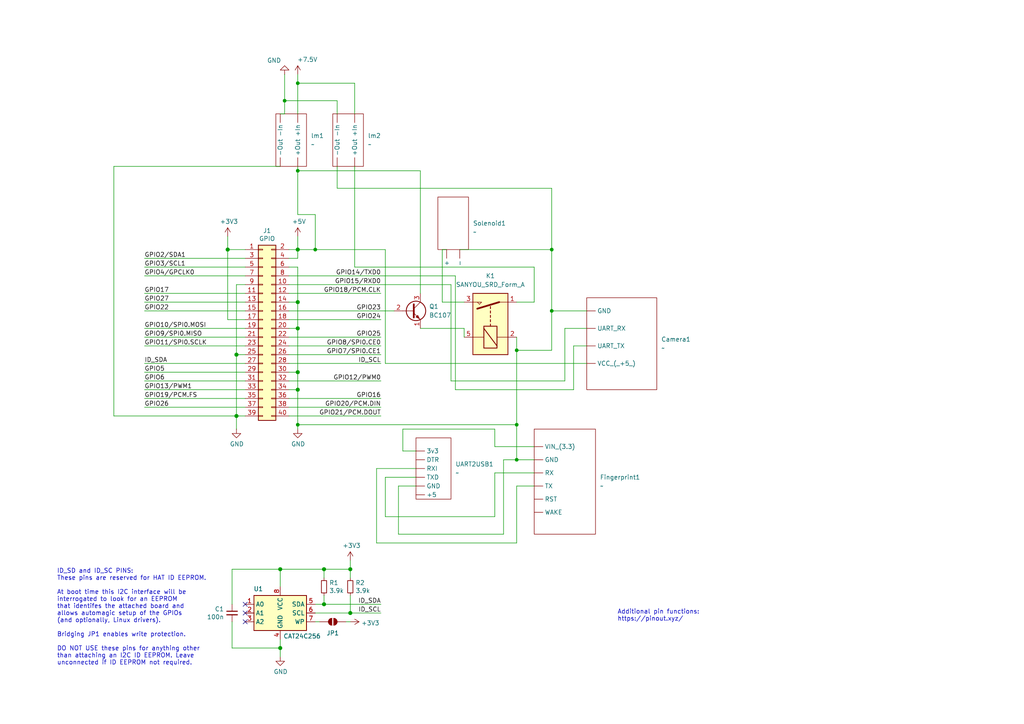
<source format=kicad_sch>
(kicad_sch
	(version 20250114)
	(generator "eeschema")
	(generator_version "9.0")
	(uuid "e63e39d7-6ac0-4ffd-8aa3-1841a4541b55")
	(paper "A4")
	(title_block
		(date "15 nov 2012")
	)
	(lib_symbols
		(symbol "Connector_Generic:Conn_02x20_Odd_Even"
			(pin_names
				(offset 1.016)
				(hide yes)
			)
			(exclude_from_sim no)
			(in_bom yes)
			(on_board yes)
			(property "Reference" "J"
				(at 1.27 25.4 0)
				(effects
					(font
						(size 1.27 1.27)
					)
				)
			)
			(property "Value" "Conn_02x20_Odd_Even"
				(at 1.27 -27.94 0)
				(effects
					(font
						(size 1.27 1.27)
					)
				)
			)
			(property "Footprint" ""
				(at 0 0 0)
				(effects
					(font
						(size 1.27 1.27)
					)
					(hide yes)
				)
			)
			(property "Datasheet" "~"
				(at 0 0 0)
				(effects
					(font
						(size 1.27 1.27)
					)
					(hide yes)
				)
			)
			(property "Description" "Generic connector, double row, 02x20, odd/even pin numbering scheme (row 1 odd numbers, row 2 even numbers), script generated (kicad-library-utils/schlib/autogen/connector/)"
				(at 0 0 0)
				(effects
					(font
						(size 1.27 1.27)
					)
					(hide yes)
				)
			)
			(property "ki_keywords" "connector"
				(at 0 0 0)
				(effects
					(font
						(size 1.27 1.27)
					)
					(hide yes)
				)
			)
			(property "ki_fp_filters" "Connector*:*_2x??_*"
				(at 0 0 0)
				(effects
					(font
						(size 1.27 1.27)
					)
					(hide yes)
				)
			)
			(symbol "Conn_02x20_Odd_Even_1_1"
				(rectangle
					(start -1.27 24.13)
					(end 3.81 -26.67)
					(stroke
						(width 0.254)
						(type default)
					)
					(fill
						(type background)
					)
				)
				(rectangle
					(start -1.27 22.987)
					(end 0 22.733)
					(stroke
						(width 0.1524)
						(type default)
					)
					(fill
						(type none)
					)
				)
				(rectangle
					(start -1.27 20.447)
					(end 0 20.193)
					(stroke
						(width 0.1524)
						(type default)
					)
					(fill
						(type none)
					)
				)
				(rectangle
					(start -1.27 17.907)
					(end 0 17.653)
					(stroke
						(width 0.1524)
						(type default)
					)
					(fill
						(type none)
					)
				)
				(rectangle
					(start -1.27 15.367)
					(end 0 15.113)
					(stroke
						(width 0.1524)
						(type default)
					)
					(fill
						(type none)
					)
				)
				(rectangle
					(start -1.27 12.827)
					(end 0 12.573)
					(stroke
						(width 0.1524)
						(type default)
					)
					(fill
						(type none)
					)
				)
				(rectangle
					(start -1.27 10.287)
					(end 0 10.033)
					(stroke
						(width 0.1524)
						(type default)
					)
					(fill
						(type none)
					)
				)
				(rectangle
					(start -1.27 7.747)
					(end 0 7.493)
					(stroke
						(width 0.1524)
						(type default)
					)
					(fill
						(type none)
					)
				)
				(rectangle
					(start -1.27 5.207)
					(end 0 4.953)
					(stroke
						(width 0.1524)
						(type default)
					)
					(fill
						(type none)
					)
				)
				(rectangle
					(start -1.27 2.667)
					(end 0 2.413)
					(stroke
						(width 0.1524)
						(type default)
					)
					(fill
						(type none)
					)
				)
				(rectangle
					(start -1.27 0.127)
					(end 0 -0.127)
					(stroke
						(width 0.1524)
						(type default)
					)
					(fill
						(type none)
					)
				)
				(rectangle
					(start -1.27 -2.413)
					(end 0 -2.667)
					(stroke
						(width 0.1524)
						(type default)
					)
					(fill
						(type none)
					)
				)
				(rectangle
					(start -1.27 -4.953)
					(end 0 -5.207)
					(stroke
						(width 0.1524)
						(type default)
					)
					(fill
						(type none)
					)
				)
				(rectangle
					(start -1.27 -7.493)
					(end 0 -7.747)
					(stroke
						(width 0.1524)
						(type default)
					)
					(fill
						(type none)
					)
				)
				(rectangle
					(start -1.27 -10.033)
					(end 0 -10.287)
					(stroke
						(width 0.1524)
						(type default)
					)
					(fill
						(type none)
					)
				)
				(rectangle
					(start -1.27 -12.573)
					(end 0 -12.827)
					(stroke
						(width 0.1524)
						(type default)
					)
					(fill
						(type none)
					)
				)
				(rectangle
					(start -1.27 -15.113)
					(end 0 -15.367)
					(stroke
						(width 0.1524)
						(type default)
					)
					(fill
						(type none)
					)
				)
				(rectangle
					(start -1.27 -17.653)
					(end 0 -17.907)
					(stroke
						(width 0.1524)
						(type default)
					)
					(fill
						(type none)
					)
				)
				(rectangle
					(start -1.27 -20.193)
					(end 0 -20.447)
					(stroke
						(width 0.1524)
						(type default)
					)
					(fill
						(type none)
					)
				)
				(rectangle
					(start -1.27 -22.733)
					(end 0 -22.987)
					(stroke
						(width 0.1524)
						(type default)
					)
					(fill
						(type none)
					)
				)
				(rectangle
					(start -1.27 -25.273)
					(end 0 -25.527)
					(stroke
						(width 0.1524)
						(type default)
					)
					(fill
						(type none)
					)
				)
				(rectangle
					(start 3.81 22.987)
					(end 2.54 22.733)
					(stroke
						(width 0.1524)
						(type default)
					)
					(fill
						(type none)
					)
				)
				(rectangle
					(start 3.81 20.447)
					(end 2.54 20.193)
					(stroke
						(width 0.1524)
						(type default)
					)
					(fill
						(type none)
					)
				)
				(rectangle
					(start 3.81 17.907)
					(end 2.54 17.653)
					(stroke
						(width 0.1524)
						(type default)
					)
					(fill
						(type none)
					)
				)
				(rectangle
					(start 3.81 15.367)
					(end 2.54 15.113)
					(stroke
						(width 0.1524)
						(type default)
					)
					(fill
						(type none)
					)
				)
				(rectangle
					(start 3.81 12.827)
					(end 2.54 12.573)
					(stroke
						(width 0.1524)
						(type default)
					)
					(fill
						(type none)
					)
				)
				(rectangle
					(start 3.81 10.287)
					(end 2.54 10.033)
					(stroke
						(width 0.1524)
						(type default)
					)
					(fill
						(type none)
					)
				)
				(rectangle
					(start 3.81 7.747)
					(end 2.54 7.493)
					(stroke
						(width 0.1524)
						(type default)
					)
					(fill
						(type none)
					)
				)
				(rectangle
					(start 3.81 5.207)
					(end 2.54 4.953)
					(stroke
						(width 0.1524)
						(type default)
					)
					(fill
						(type none)
					)
				)
				(rectangle
					(start 3.81 2.667)
					(end 2.54 2.413)
					(stroke
						(width 0.1524)
						(type default)
					)
					(fill
						(type none)
					)
				)
				(rectangle
					(start 3.81 0.127)
					(end 2.54 -0.127)
					(stroke
						(width 0.1524)
						(type default)
					)
					(fill
						(type none)
					)
				)
				(rectangle
					(start 3.81 -2.413)
					(end 2.54 -2.667)
					(stroke
						(width 0.1524)
						(type default)
					)
					(fill
						(type none)
					)
				)
				(rectangle
					(start 3.81 -4.953)
					(end 2.54 -5.207)
					(stroke
						(width 0.1524)
						(type default)
					)
					(fill
						(type none)
					)
				)
				(rectangle
					(start 3.81 -7.493)
					(end 2.54 -7.747)
					(stroke
						(width 0.1524)
						(type default)
					)
					(fill
						(type none)
					)
				)
				(rectangle
					(start 3.81 -10.033)
					(end 2.54 -10.287)
					(stroke
						(width 0.1524)
						(type default)
					)
					(fill
						(type none)
					)
				)
				(rectangle
					(start 3.81 -12.573)
					(end 2.54 -12.827)
					(stroke
						(width 0.1524)
						(type default)
					)
					(fill
						(type none)
					)
				)
				(rectangle
					(start 3.81 -15.113)
					(end 2.54 -15.367)
					(stroke
						(width 0.1524)
						(type default)
					)
					(fill
						(type none)
					)
				)
				(rectangle
					(start 3.81 -17.653)
					(end 2.54 -17.907)
					(stroke
						(width 0.1524)
						(type default)
					)
					(fill
						(type none)
					)
				)
				(rectangle
					(start 3.81 -20.193)
					(end 2.54 -20.447)
					(stroke
						(width 0.1524)
						(type default)
					)
					(fill
						(type none)
					)
				)
				(rectangle
					(start 3.81 -22.733)
					(end 2.54 -22.987)
					(stroke
						(width 0.1524)
						(type default)
					)
					(fill
						(type none)
					)
				)
				(rectangle
					(start 3.81 -25.273)
					(end 2.54 -25.527)
					(stroke
						(width 0.1524)
						(type default)
					)
					(fill
						(type none)
					)
				)
				(pin passive line
					(at -5.08 22.86 0)
					(length 3.81)
					(name "Pin_1"
						(effects
							(font
								(size 1.27 1.27)
							)
						)
					)
					(number "1"
						(effects
							(font
								(size 1.27 1.27)
							)
						)
					)
				)
				(pin passive line
					(at -5.08 20.32 0)
					(length 3.81)
					(name "Pin_3"
						(effects
							(font
								(size 1.27 1.27)
							)
						)
					)
					(number "3"
						(effects
							(font
								(size 1.27 1.27)
							)
						)
					)
				)
				(pin passive line
					(at -5.08 17.78 0)
					(length 3.81)
					(name "Pin_5"
						(effects
							(font
								(size 1.27 1.27)
							)
						)
					)
					(number "5"
						(effects
							(font
								(size 1.27 1.27)
							)
						)
					)
				)
				(pin passive line
					(at -5.08 15.24 0)
					(length 3.81)
					(name "Pin_7"
						(effects
							(font
								(size 1.27 1.27)
							)
						)
					)
					(number "7"
						(effects
							(font
								(size 1.27 1.27)
							)
						)
					)
				)
				(pin passive line
					(at -5.08 12.7 0)
					(length 3.81)
					(name "Pin_9"
						(effects
							(font
								(size 1.27 1.27)
							)
						)
					)
					(number "9"
						(effects
							(font
								(size 1.27 1.27)
							)
						)
					)
				)
				(pin passive line
					(at -5.08 10.16 0)
					(length 3.81)
					(name "Pin_11"
						(effects
							(font
								(size 1.27 1.27)
							)
						)
					)
					(number "11"
						(effects
							(font
								(size 1.27 1.27)
							)
						)
					)
				)
				(pin passive line
					(at -5.08 7.62 0)
					(length 3.81)
					(name "Pin_13"
						(effects
							(font
								(size 1.27 1.27)
							)
						)
					)
					(number "13"
						(effects
							(font
								(size 1.27 1.27)
							)
						)
					)
				)
				(pin passive line
					(at -5.08 5.08 0)
					(length 3.81)
					(name "Pin_15"
						(effects
							(font
								(size 1.27 1.27)
							)
						)
					)
					(number "15"
						(effects
							(font
								(size 1.27 1.27)
							)
						)
					)
				)
				(pin passive line
					(at -5.08 2.54 0)
					(length 3.81)
					(name "Pin_17"
						(effects
							(font
								(size 1.27 1.27)
							)
						)
					)
					(number "17"
						(effects
							(font
								(size 1.27 1.27)
							)
						)
					)
				)
				(pin passive line
					(at -5.08 0 0)
					(length 3.81)
					(name "Pin_19"
						(effects
							(font
								(size 1.27 1.27)
							)
						)
					)
					(number "19"
						(effects
							(font
								(size 1.27 1.27)
							)
						)
					)
				)
				(pin passive line
					(at -5.08 -2.54 0)
					(length 3.81)
					(name "Pin_21"
						(effects
							(font
								(size 1.27 1.27)
							)
						)
					)
					(number "21"
						(effects
							(font
								(size 1.27 1.27)
							)
						)
					)
				)
				(pin passive line
					(at -5.08 -5.08 0)
					(length 3.81)
					(name "Pin_23"
						(effects
							(font
								(size 1.27 1.27)
							)
						)
					)
					(number "23"
						(effects
							(font
								(size 1.27 1.27)
							)
						)
					)
				)
				(pin passive line
					(at -5.08 -7.62 0)
					(length 3.81)
					(name "Pin_25"
						(effects
							(font
								(size 1.27 1.27)
							)
						)
					)
					(number "25"
						(effects
							(font
								(size 1.27 1.27)
							)
						)
					)
				)
				(pin passive line
					(at -5.08 -10.16 0)
					(length 3.81)
					(name "Pin_27"
						(effects
							(font
								(size 1.27 1.27)
							)
						)
					)
					(number "27"
						(effects
							(font
								(size 1.27 1.27)
							)
						)
					)
				)
				(pin passive line
					(at -5.08 -12.7 0)
					(length 3.81)
					(name "Pin_29"
						(effects
							(font
								(size 1.27 1.27)
							)
						)
					)
					(number "29"
						(effects
							(font
								(size 1.27 1.27)
							)
						)
					)
				)
				(pin passive line
					(at -5.08 -15.24 0)
					(length 3.81)
					(name "Pin_31"
						(effects
							(font
								(size 1.27 1.27)
							)
						)
					)
					(number "31"
						(effects
							(font
								(size 1.27 1.27)
							)
						)
					)
				)
				(pin passive line
					(at -5.08 -17.78 0)
					(length 3.81)
					(name "Pin_33"
						(effects
							(font
								(size 1.27 1.27)
							)
						)
					)
					(number "33"
						(effects
							(font
								(size 1.27 1.27)
							)
						)
					)
				)
				(pin passive line
					(at -5.08 -20.32 0)
					(length 3.81)
					(name "Pin_35"
						(effects
							(font
								(size 1.27 1.27)
							)
						)
					)
					(number "35"
						(effects
							(font
								(size 1.27 1.27)
							)
						)
					)
				)
				(pin passive line
					(at -5.08 -22.86 0)
					(length 3.81)
					(name "Pin_37"
						(effects
							(font
								(size 1.27 1.27)
							)
						)
					)
					(number "37"
						(effects
							(font
								(size 1.27 1.27)
							)
						)
					)
				)
				(pin passive line
					(at -5.08 -25.4 0)
					(length 3.81)
					(name "Pin_39"
						(effects
							(font
								(size 1.27 1.27)
							)
						)
					)
					(number "39"
						(effects
							(font
								(size 1.27 1.27)
							)
						)
					)
				)
				(pin passive line
					(at 7.62 22.86 180)
					(length 3.81)
					(name "Pin_2"
						(effects
							(font
								(size 1.27 1.27)
							)
						)
					)
					(number "2"
						(effects
							(font
								(size 1.27 1.27)
							)
						)
					)
				)
				(pin passive line
					(at 7.62 20.32 180)
					(length 3.81)
					(name "Pin_4"
						(effects
							(font
								(size 1.27 1.27)
							)
						)
					)
					(number "4"
						(effects
							(font
								(size 1.27 1.27)
							)
						)
					)
				)
				(pin passive line
					(at 7.62 17.78 180)
					(length 3.81)
					(name "Pin_6"
						(effects
							(font
								(size 1.27 1.27)
							)
						)
					)
					(number "6"
						(effects
							(font
								(size 1.27 1.27)
							)
						)
					)
				)
				(pin passive line
					(at 7.62 15.24 180)
					(length 3.81)
					(name "Pin_8"
						(effects
							(font
								(size 1.27 1.27)
							)
						)
					)
					(number "8"
						(effects
							(font
								(size 1.27 1.27)
							)
						)
					)
				)
				(pin passive line
					(at 7.62 12.7 180)
					(length 3.81)
					(name "Pin_10"
						(effects
							(font
								(size 1.27 1.27)
							)
						)
					)
					(number "10"
						(effects
							(font
								(size 1.27 1.27)
							)
						)
					)
				)
				(pin passive line
					(at 7.62 10.16 180)
					(length 3.81)
					(name "Pin_12"
						(effects
							(font
								(size 1.27 1.27)
							)
						)
					)
					(number "12"
						(effects
							(font
								(size 1.27 1.27)
							)
						)
					)
				)
				(pin passive line
					(at 7.62 7.62 180)
					(length 3.81)
					(name "Pin_14"
						(effects
							(font
								(size 1.27 1.27)
							)
						)
					)
					(number "14"
						(effects
							(font
								(size 1.27 1.27)
							)
						)
					)
				)
				(pin passive line
					(at 7.62 5.08 180)
					(length 3.81)
					(name "Pin_16"
						(effects
							(font
								(size 1.27 1.27)
							)
						)
					)
					(number "16"
						(effects
							(font
								(size 1.27 1.27)
							)
						)
					)
				)
				(pin passive line
					(at 7.62 2.54 180)
					(length 3.81)
					(name "Pin_18"
						(effects
							(font
								(size 1.27 1.27)
							)
						)
					)
					(number "18"
						(effects
							(font
								(size 1.27 1.27)
							)
						)
					)
				)
				(pin passive line
					(at 7.62 0 180)
					(length 3.81)
					(name "Pin_20"
						(effects
							(font
								(size 1.27 1.27)
							)
						)
					)
					(number "20"
						(effects
							(font
								(size 1.27 1.27)
							)
						)
					)
				)
				(pin passive line
					(at 7.62 -2.54 180)
					(length 3.81)
					(name "Pin_22"
						(effects
							(font
								(size 1.27 1.27)
							)
						)
					)
					(number "22"
						(effects
							(font
								(size 1.27 1.27)
							)
						)
					)
				)
				(pin passive line
					(at 7.62 -5.08 180)
					(length 3.81)
					(name "Pin_24"
						(effects
							(font
								(size 1.27 1.27)
							)
						)
					)
					(number "24"
						(effects
							(font
								(size 1.27 1.27)
							)
						)
					)
				)
				(pin passive line
					(at 7.62 -7.62 180)
					(length 3.81)
					(name "Pin_26"
						(effects
							(font
								(size 1.27 1.27)
							)
						)
					)
					(number "26"
						(effects
							(font
								(size 1.27 1.27)
							)
						)
					)
				)
				(pin passive line
					(at 7.62 -10.16 180)
					(length 3.81)
					(name "Pin_28"
						(effects
							(font
								(size 1.27 1.27)
							)
						)
					)
					(number "28"
						(effects
							(font
								(size 1.27 1.27)
							)
						)
					)
				)
				(pin passive line
					(at 7.62 -12.7 180)
					(length 3.81)
					(name "Pin_30"
						(effects
							(font
								(size 1.27 1.27)
							)
						)
					)
					(number "30"
						(effects
							(font
								(size 1.27 1.27)
							)
						)
					)
				)
				(pin passive line
					(at 7.62 -15.24 180)
					(length 3.81)
					(name "Pin_32"
						(effects
							(font
								(size 1.27 1.27)
							)
						)
					)
					(number "32"
						(effects
							(font
								(size 1.27 1.27)
							)
						)
					)
				)
				(pin passive line
					(at 7.62 -17.78 180)
					(length 3.81)
					(name "Pin_34"
						(effects
							(font
								(size 1.27 1.27)
							)
						)
					)
					(number "34"
						(effects
							(font
								(size 1.27 1.27)
							)
						)
					)
				)
				(pin passive line
					(at 7.62 -20.32 180)
					(length 3.81)
					(name "Pin_36"
						(effects
							(font
								(size 1.27 1.27)
							)
						)
					)
					(number "36"
						(effects
							(font
								(size 1.27 1.27)
							)
						)
					)
				)
				(pin passive line
					(at 7.62 -22.86 180)
					(length 3.81)
					(name "Pin_38"
						(effects
							(font
								(size 1.27 1.27)
							)
						)
					)
					(number "38"
						(effects
							(font
								(size 1.27 1.27)
							)
						)
					)
				)
				(pin passive line
					(at 7.62 -25.4 180)
					(length 3.81)
					(name "Pin_40"
						(effects
							(font
								(size 1.27 1.27)
							)
						)
					)
					(number "40"
						(effects
							(font
								(size 1.27 1.27)
							)
						)
					)
				)
			)
			(embedded_fonts no)
		)
		(symbol "Device:C_Small"
			(pin_numbers
				(hide yes)
			)
			(pin_names
				(offset 0.254)
				(hide yes)
			)
			(exclude_from_sim no)
			(in_bom yes)
			(on_board yes)
			(property "Reference" "C"
				(at 0.254 1.778 0)
				(effects
					(font
						(size 1.27 1.27)
					)
					(justify left)
				)
			)
			(property "Value" "C_Small"
				(at 0.254 -2.032 0)
				(effects
					(font
						(size 1.27 1.27)
					)
					(justify left)
				)
			)
			(property "Footprint" ""
				(at 0 0 0)
				(effects
					(font
						(size 1.27 1.27)
					)
					(hide yes)
				)
			)
			(property "Datasheet" "~"
				(at 0 0 0)
				(effects
					(font
						(size 1.27 1.27)
					)
					(hide yes)
				)
			)
			(property "Description" "Unpolarized capacitor, small symbol"
				(at 0 0 0)
				(effects
					(font
						(size 1.27 1.27)
					)
					(hide yes)
				)
			)
			(property "ki_keywords" "capacitor cap"
				(at 0 0 0)
				(effects
					(font
						(size 1.27 1.27)
					)
					(hide yes)
				)
			)
			(property "ki_fp_filters" "C_*"
				(at 0 0 0)
				(effects
					(font
						(size 1.27 1.27)
					)
					(hide yes)
				)
			)
			(symbol "C_Small_0_1"
				(polyline
					(pts
						(xy -1.524 0.508) (xy 1.524 0.508)
					)
					(stroke
						(width 0.3048)
						(type default)
					)
					(fill
						(type none)
					)
				)
				(polyline
					(pts
						(xy -1.524 -0.508) (xy 1.524 -0.508)
					)
					(stroke
						(width 0.3302)
						(type default)
					)
					(fill
						(type none)
					)
				)
			)
			(symbol "C_Small_1_1"
				(pin passive line
					(at 0 2.54 270)
					(length 2.032)
					(name "~"
						(effects
							(font
								(size 1.27 1.27)
							)
						)
					)
					(number "1"
						(effects
							(font
								(size 1.27 1.27)
							)
						)
					)
				)
				(pin passive line
					(at 0 -2.54 90)
					(length 2.032)
					(name "~"
						(effects
							(font
								(size 1.27 1.27)
							)
						)
					)
					(number "2"
						(effects
							(font
								(size 1.27 1.27)
							)
						)
					)
				)
			)
			(embedded_fonts no)
		)
		(symbol "Device:R_Small"
			(pin_numbers
				(hide yes)
			)
			(pin_names
				(offset 0.254)
				(hide yes)
			)
			(exclude_from_sim no)
			(in_bom yes)
			(on_board yes)
			(property "Reference" "R"
				(at 0.762 0.508 0)
				(effects
					(font
						(size 1.27 1.27)
					)
					(justify left)
				)
			)
			(property "Value" "R_Small"
				(at 0.762 -1.016 0)
				(effects
					(font
						(size 1.27 1.27)
					)
					(justify left)
				)
			)
			(property "Footprint" ""
				(at 0 0 0)
				(effects
					(font
						(size 1.27 1.27)
					)
					(hide yes)
				)
			)
			(property "Datasheet" "~"
				(at 0 0 0)
				(effects
					(font
						(size 1.27 1.27)
					)
					(hide yes)
				)
			)
			(property "Description" "Resistor, small symbol"
				(at 0 0 0)
				(effects
					(font
						(size 1.27 1.27)
					)
					(hide yes)
				)
			)
			(property "ki_keywords" "R resistor"
				(at 0 0 0)
				(effects
					(font
						(size 1.27 1.27)
					)
					(hide yes)
				)
			)
			(property "ki_fp_filters" "R_*"
				(at 0 0 0)
				(effects
					(font
						(size 1.27 1.27)
					)
					(hide yes)
				)
			)
			(symbol "R_Small_0_1"
				(rectangle
					(start -0.762 1.778)
					(end 0.762 -1.778)
					(stroke
						(width 0.2032)
						(type default)
					)
					(fill
						(type none)
					)
				)
			)
			(symbol "R_Small_1_1"
				(pin passive line
					(at 0 2.54 270)
					(length 0.762)
					(name "~"
						(effects
							(font
								(size 1.27 1.27)
							)
						)
					)
					(number "1"
						(effects
							(font
								(size 1.27 1.27)
							)
						)
					)
				)
				(pin passive line
					(at 0 -2.54 90)
					(length 0.762)
					(name "~"
						(effects
							(font
								(size 1.27 1.27)
							)
						)
					)
					(number "2"
						(effects
							(font
								(size 1.27 1.27)
							)
						)
					)
				)
			)
			(embedded_fonts no)
		)
		(symbol "Jumper:SolderJumper_2_Open"
			(pin_numbers
				(hide yes)
			)
			(pin_names
				(offset 0)
				(hide yes)
			)
			(exclude_from_sim yes)
			(in_bom no)
			(on_board yes)
			(property "Reference" "JP"
				(at 0 2.032 0)
				(effects
					(font
						(size 1.27 1.27)
					)
				)
			)
			(property "Value" "SolderJumper_2_Open"
				(at 0 -2.54 0)
				(effects
					(font
						(size 1.27 1.27)
					)
				)
			)
			(property "Footprint" ""
				(at 0 0 0)
				(effects
					(font
						(size 1.27 1.27)
					)
					(hide yes)
				)
			)
			(property "Datasheet" "~"
				(at 0 0 0)
				(effects
					(font
						(size 1.27 1.27)
					)
					(hide yes)
				)
			)
			(property "Description" "Solder Jumper, 2-pole, open"
				(at 0 0 0)
				(effects
					(font
						(size 1.27 1.27)
					)
					(hide yes)
				)
			)
			(property "ki_keywords" "solder jumper SPST"
				(at 0 0 0)
				(effects
					(font
						(size 1.27 1.27)
					)
					(hide yes)
				)
			)
			(property "ki_fp_filters" "SolderJumper*Open*"
				(at 0 0 0)
				(effects
					(font
						(size 1.27 1.27)
					)
					(hide yes)
				)
			)
			(symbol "SolderJumper_2_Open_0_1"
				(polyline
					(pts
						(xy -0.254 1.016) (xy -0.254 -1.016)
					)
					(stroke
						(width 0)
						(type default)
					)
					(fill
						(type none)
					)
				)
				(arc
					(start -0.254 -1.016)
					(mid -1.2656 0)
					(end -0.254 1.016)
					(stroke
						(width 0)
						(type default)
					)
					(fill
						(type none)
					)
				)
				(arc
					(start -0.254 -1.016)
					(mid -1.2656 0)
					(end -0.254 1.016)
					(stroke
						(width 0)
						(type default)
					)
					(fill
						(type outline)
					)
				)
				(arc
					(start 0.254 1.016)
					(mid 1.2656 0)
					(end 0.254 -1.016)
					(stroke
						(width 0)
						(type default)
					)
					(fill
						(type none)
					)
				)
				(arc
					(start 0.254 1.016)
					(mid 1.2656 0)
					(end 0.254 -1.016)
					(stroke
						(width 0)
						(type default)
					)
					(fill
						(type outline)
					)
				)
				(polyline
					(pts
						(xy 0.254 1.016) (xy 0.254 -1.016)
					)
					(stroke
						(width 0)
						(type default)
					)
					(fill
						(type none)
					)
				)
			)
			(symbol "SolderJumper_2_Open_1_1"
				(pin passive line
					(at -3.81 0 0)
					(length 2.54)
					(name "A"
						(effects
							(font
								(size 1.27 1.27)
							)
						)
					)
					(number "1"
						(effects
							(font
								(size 1.27 1.27)
							)
						)
					)
				)
				(pin passive line
					(at 3.81 0 180)
					(length 2.54)
					(name "B"
						(effects
							(font
								(size 1.27 1.27)
							)
						)
					)
					(number "2"
						(effects
							(font
								(size 1.27 1.27)
							)
						)
					)
				)
			)
			(embedded_fonts no)
		)
		(symbol "LM2596_1"
			(exclude_from_sim no)
			(in_bom yes)
			(on_board yes)
			(property "Reference" "lm2596"
				(at 7.874 -6.096 0)
				(effects
					(font
						(size 1.27 1.27)
					)
				)
			)
			(property "Value" ""
				(at 0 0 0)
				(effects
					(font
						(size 1.27 1.27)
					)
				)
			)
			(property "Footprint" ""
				(at 0 0 0)
				(effects
					(font
						(size 1.27 1.27)
					)
					(hide yes)
				)
			)
			(property "Datasheet" ""
				(at 0 0 0)
				(effects
					(font
						(size 1.27 1.27)
					)
					(hide yes)
				)
			)
			(property "Description" ""
				(at 0 0 0)
				(effects
					(font
						(size 1.27 1.27)
					)
					(hide yes)
				)
			)
			(symbol "LM2596_1_0_1"
				(rectangle
					(start 0 -1.27)
					(end 15.24 -10.16)
					(stroke
						(width 0)
						(type default)
					)
					(fill
						(type none)
					)
				)
			)
			(symbol "LM2596_1_1_1"
				(pin input line
					(at 0 -3.81 0)
					(length 2.54)
					(name "+In"
						(effects
							(font
								(size 1.27 1.27)
							)
						)
					)
					(number ""
						(effects
							(font
								(size 1.27 1.27)
							)
						)
					)
				)
				(pin input line
					(at 0 -8.89 0)
					(length 2.54)
					(name "-In"
						(effects
							(font
								(size 1.27 1.27)
							)
						)
					)
					(number ""
						(effects
							(font
								(size 1.27 1.27)
							)
						)
					)
				)
				(pin output line
					(at 15.24 -3.81 180)
					(length 2.54)
					(name "+Out"
						(effects
							(font
								(size 1.27 1.27)
							)
						)
					)
					(number ""
						(effects
							(font
								(size 1.27 1.27)
							)
						)
					)
				)
				(pin output line
					(at 15.24 -8.89 180)
					(length 2.54)
					(name "-Out"
						(effects
							(font
								(size 1.27 1.27)
							)
						)
					)
					(number ""
						(effects
							(font
								(size 1.27 1.27)
							)
						)
					)
				)
			)
			(embedded_fonts no)
		)
		(symbol "Memory_EEPROM:CAT24C256"
			(exclude_from_sim no)
			(in_bom yes)
			(on_board yes)
			(property "Reference" "U"
				(at -6.35 6.35 0)
				(effects
					(font
						(size 1.27 1.27)
					)
				)
			)
			(property "Value" "CAT24C256"
				(at 1.27 6.35 0)
				(effects
					(font
						(size 1.27 1.27)
					)
					(justify left)
				)
			)
			(property "Footprint" ""
				(at 0 0 0)
				(effects
					(font
						(size 1.27 1.27)
					)
					(hide yes)
				)
			)
			(property "Datasheet" "https://www.onsemi.cn/PowerSolutions/document/CAT24C256-D.PDF"
				(at 0 0 0)
				(effects
					(font
						(size 1.27 1.27)
					)
					(hide yes)
				)
			)
			(property "Description" "256 kb CMOS Serial EEPROM, DIP-8/SOIC-8/TSSOP-8/DFN-8"
				(at 0 0 0)
				(effects
					(font
						(size 1.27 1.27)
					)
					(hide yes)
				)
			)
			(property "ki_keywords" "I2C EEPROM Serial 256kb"
				(at 0 0 0)
				(effects
					(font
						(size 1.27 1.27)
					)
					(hide yes)
				)
			)
			(property "ki_fp_filters" "DIP*W7.62mm* SOIC*3.9x4.9mm* TSSOP*4.4x3mm*P0.65mm* DFN*3x2mm*P0.5mm*"
				(at 0 0 0)
				(effects
					(font
						(size 1.27 1.27)
					)
					(hide yes)
				)
			)
			(symbol "CAT24C256_1_1"
				(rectangle
					(start -7.62 5.08)
					(end 7.62 -5.08)
					(stroke
						(width 0.254)
						(type default)
					)
					(fill
						(type background)
					)
				)
				(pin input line
					(at -10.16 2.54 0)
					(length 2.54)
					(name "A0"
						(effects
							(font
								(size 1.27 1.27)
							)
						)
					)
					(number "1"
						(effects
							(font
								(size 1.27 1.27)
							)
						)
					)
				)
				(pin input line
					(at -10.16 0 0)
					(length 2.54)
					(name "A1"
						(effects
							(font
								(size 1.27 1.27)
							)
						)
					)
					(number "2"
						(effects
							(font
								(size 1.27 1.27)
							)
						)
					)
				)
				(pin input line
					(at -10.16 -2.54 0)
					(length 2.54)
					(name "A2"
						(effects
							(font
								(size 1.27 1.27)
							)
						)
					)
					(number "3"
						(effects
							(font
								(size 1.27 1.27)
							)
						)
					)
				)
				(pin power_in line
					(at 0 7.62 270)
					(length 2.54)
					(name "VCC"
						(effects
							(font
								(size 1.27 1.27)
							)
						)
					)
					(number "8"
						(effects
							(font
								(size 1.27 1.27)
							)
						)
					)
				)
				(pin power_in line
					(at 0 -7.62 90)
					(length 2.54)
					(name "GND"
						(effects
							(font
								(size 1.27 1.27)
							)
						)
					)
					(number "4"
						(effects
							(font
								(size 1.27 1.27)
							)
						)
					)
				)
				(pin bidirectional line
					(at 10.16 2.54 180)
					(length 2.54)
					(name "SDA"
						(effects
							(font
								(size 1.27 1.27)
							)
						)
					)
					(number "5"
						(effects
							(font
								(size 1.27 1.27)
							)
						)
					)
				)
				(pin input line
					(at 10.16 0 180)
					(length 2.54)
					(name "SCL"
						(effects
							(font
								(size 1.27 1.27)
							)
						)
					)
					(number "6"
						(effects
							(font
								(size 1.27 1.27)
							)
						)
					)
				)
				(pin input line
					(at 10.16 -2.54 180)
					(length 2.54)
					(name "WP"
						(effects
							(font
								(size 1.27 1.27)
							)
						)
					)
					(number "7"
						(effects
							(font
								(size 1.27 1.27)
							)
						)
					)
				)
			)
			(embedded_fonts no)
		)
		(symbol "Relay:SANYOU_SRD_Form_A"
			(exclude_from_sim no)
			(in_bom yes)
			(on_board yes)
			(property "Reference" "K"
				(at 8.89 3.81 0)
				(effects
					(font
						(size 1.27 1.27)
					)
					(justify left)
				)
			)
			(property "Value" "SANYOU_SRD_Form_A"
				(at 8.89 1.27 0)
				(effects
					(font
						(size 1.27 1.27)
					)
					(justify left)
				)
			)
			(property "Footprint" "Relay_THT:Relay_SPST_SANYOU_SRD_Series_Form_A"
				(at 8.89 -1.27 0)
				(effects
					(font
						(size 1.27 1.27)
					)
					(justify left)
					(hide yes)
				)
			)
			(property "Datasheet" "http://www.sanyourelay.ca/public/products/pdf/SRD.pdf"
				(at 0 0 0)
				(effects
					(font
						(size 1.27 1.27)
					)
					(hide yes)
				)
			)
			(property "Description" "Sanyo SRD relay, Single Pole Miniature Power Relay, Closing Contact"
				(at 0 0 0)
				(effects
					(font
						(size 1.27 1.27)
					)
					(hide yes)
				)
			)
			(property "ki_keywords" "Single Pole Relay SPST"
				(at 0 0 0)
				(effects
					(font
						(size 1.27 1.27)
					)
					(hide yes)
				)
			)
			(property "ki_fp_filters" "Relay*SPST*SANYOU*SRD*Series*Form*A*"
				(at 0 0 0)
				(effects
					(font
						(size 1.27 1.27)
					)
					(hide yes)
				)
			)
			(symbol "SANYOU_SRD_Form_A_0_0"
				(polyline
					(pts
						(xy 5.08 5.08) (xy 5.08 2.54) (xy 4.445 3.175) (xy 5.08 3.81)
					)
					(stroke
						(width 0)
						(type default)
					)
					(fill
						(type none)
					)
				)
			)
			(symbol "SANYOU_SRD_Form_A_0_1"
				(rectangle
					(start -10.16 5.08)
					(end 7.62 -5.08)
					(stroke
						(width 0.254)
						(type default)
					)
					(fill
						(type background)
					)
				)
				(rectangle
					(start -8.255 1.905)
					(end -1.905 -1.905)
					(stroke
						(width 0.254)
						(type default)
					)
					(fill
						(type none)
					)
				)
				(polyline
					(pts
						(xy -7.62 -1.905) (xy -2.54 1.905)
					)
					(stroke
						(width 0.254)
						(type default)
					)
					(fill
						(type none)
					)
				)
				(polyline
					(pts
						(xy -5.08 5.08) (xy -5.08 1.905)
					)
					(stroke
						(width 0)
						(type default)
					)
					(fill
						(type none)
					)
				)
				(polyline
					(pts
						(xy -5.08 -5.08) (xy -5.08 -1.905)
					)
					(stroke
						(width 0)
						(type default)
					)
					(fill
						(type none)
					)
				)
				(polyline
					(pts
						(xy -1.905 0) (xy -1.27 0)
					)
					(stroke
						(width 0.254)
						(type default)
					)
					(fill
						(type none)
					)
				)
				(polyline
					(pts
						(xy -0.635 0) (xy 0 0)
					)
					(stroke
						(width 0.254)
						(type default)
					)
					(fill
						(type none)
					)
				)
				(polyline
					(pts
						(xy 0.635 0) (xy 1.27 0)
					)
					(stroke
						(width 0.254)
						(type default)
					)
					(fill
						(type none)
					)
				)
				(polyline
					(pts
						(xy 1.905 0) (xy 2.54 0)
					)
					(stroke
						(width 0.254)
						(type default)
					)
					(fill
						(type none)
					)
				)
				(polyline
					(pts
						(xy 3.175 0) (xy 3.81 0)
					)
					(stroke
						(width 0.254)
						(type default)
					)
					(fill
						(type none)
					)
				)
				(polyline
					(pts
						(xy 5.08 -2.54) (xy 3.175 3.81)
					)
					(stroke
						(width 0.508)
						(type default)
					)
					(fill
						(type none)
					)
				)
				(polyline
					(pts
						(xy 5.08 -2.54) (xy 5.08 -5.08)
					)
					(stroke
						(width 0)
						(type default)
					)
					(fill
						(type none)
					)
				)
			)
			(symbol "SANYOU_SRD_Form_A_1_1"
				(pin passive line
					(at -5.08 7.62 270)
					(length 2.54)
					(name "~"
						(effects
							(font
								(size 1.27 1.27)
							)
						)
					)
					(number "5"
						(effects
							(font
								(size 1.27 1.27)
							)
						)
					)
				)
				(pin passive line
					(at -5.08 -7.62 90)
					(length 2.54)
					(name "~"
						(effects
							(font
								(size 1.27 1.27)
							)
						)
					)
					(number "2"
						(effects
							(font
								(size 1.27 1.27)
							)
						)
					)
				)
				(pin passive line
					(at 5.08 7.62 270)
					(length 2.54)
					(name "~"
						(effects
							(font
								(size 1.27 1.27)
							)
						)
					)
					(number "3"
						(effects
							(font
								(size 1.27 1.27)
							)
						)
					)
				)
				(pin passive line
					(at 5.08 -7.62 90)
					(length 2.54)
					(name "~"
						(effects
							(font
								(size 1.27 1.27)
							)
						)
					)
					(number "1"
						(effects
							(font
								(size 1.27 1.27)
							)
						)
					)
				)
			)
			(embedded_fonts no)
		)
		(symbol "Transistor_BJT:BC107"
			(pin_names
				(offset 0)
				(hide yes)
			)
			(exclude_from_sim no)
			(in_bom yes)
			(on_board yes)
			(property "Reference" "Q"
				(at 5.08 1.905 0)
				(effects
					(font
						(size 1.27 1.27)
					)
					(justify left)
				)
			)
			(property "Value" "BC107"
				(at 5.08 0 0)
				(effects
					(font
						(size 1.27 1.27)
					)
					(justify left)
				)
			)
			(property "Footprint" "Package_TO_SOT_THT:TO-18-3"
				(at 5.08 -1.905 0)
				(effects
					(font
						(size 1.27 1.27)
						(italic yes)
					)
					(justify left)
					(hide yes)
				)
			)
			(property "Datasheet" "http://www.b-kainka.de/Daten/Transistor/BC108.pdf"
				(at 0 0 0)
				(effects
					(font
						(size 1.27 1.27)
					)
					(justify left)
					(hide yes)
				)
			)
			(property "Description" "0.1A Ic, 50V Vce, Low Noise General Purpose NPN Transistor, TO-18"
				(at 0 0 0)
				(effects
					(font
						(size 1.27 1.27)
					)
					(hide yes)
				)
			)
			(property "Sim.Device" "NPN"
				(at 0 0 0)
				(effects
					(font
						(size 1.27 1.27)
					)
					(hide yes)
				)
			)
			(property "Sim.Pins" "1=E 2=B 3=C"
				(at 0 0 0)
				(effects
					(font
						(size 1.27 1.27)
					)
					(hide yes)
				)
			)
			(property "ki_keywords" "NPN low noise transistor"
				(at 0 0 0)
				(effects
					(font
						(size 1.27 1.27)
					)
					(hide yes)
				)
			)
			(property "ki_fp_filters" "TO?18*"
				(at 0 0 0)
				(effects
					(font
						(size 1.27 1.27)
					)
					(hide yes)
				)
			)
			(symbol "BC107_0_1"
				(polyline
					(pts
						(xy -2.54 0) (xy 0.635 0)
					)
					(stroke
						(width 0)
						(type default)
					)
					(fill
						(type none)
					)
				)
				(polyline
					(pts
						(xy 0.635 1.905) (xy 0.635 -1.905)
					)
					(stroke
						(width 0.508)
						(type default)
					)
					(fill
						(type none)
					)
				)
				(circle
					(center 1.27 0)
					(radius 2.8194)
					(stroke
						(width 0.254)
						(type default)
					)
					(fill
						(type none)
					)
				)
			)
			(symbol "BC107_1_1"
				(polyline
					(pts
						(xy 0.635 0.635) (xy 2.54 2.54)
					)
					(stroke
						(width 0)
						(type default)
					)
					(fill
						(type none)
					)
				)
				(polyline
					(pts
						(xy 0.635 -0.635) (xy 2.54 -2.54)
					)
					(stroke
						(width 0)
						(type default)
					)
					(fill
						(type none)
					)
				)
				(polyline
					(pts
						(xy 1.27 -1.778) (xy 1.778 -1.27) (xy 2.286 -2.286) (xy 1.27 -1.778)
					)
					(stroke
						(width 0)
						(type default)
					)
					(fill
						(type outline)
					)
				)
				(pin input line
					(at -5.08 0 0)
					(length 2.54)
					(name "B"
						(effects
							(font
								(size 1.27 1.27)
							)
						)
					)
					(number "2"
						(effects
							(font
								(size 1.27 1.27)
							)
						)
					)
				)
				(pin passive line
					(at 2.54 5.08 270)
					(length 2.54)
					(name "C"
						(effects
							(font
								(size 1.27 1.27)
							)
						)
					)
					(number "3"
						(effects
							(font
								(size 1.27 1.27)
							)
						)
					)
				)
				(pin passive line
					(at 2.54 -5.08 90)
					(length 2.54)
					(name "E"
						(effects
							(font
								(size 1.27 1.27)
							)
						)
					)
					(number "1"
						(effects
							(font
								(size 1.27 1.27)
							)
						)
					)
				)
			)
			(embedded_fonts no)
		)
		(symbol "Voltage Boosters:CP2102"
			(exclude_from_sim no)
			(in_bom yes)
			(on_board yes)
			(property "Reference" "UART2USB"
				(at 0 0 0)
				(effects
					(font
						(size 1.27 1.27)
					)
				)
			)
			(property "Value" ""
				(at 0 0 0)
				(effects
					(font
						(size 1.27 1.27)
					)
				)
			)
			(property "Footprint" ""
				(at 0 0 0)
				(effects
					(font
						(size 1.27 1.27)
					)
					(hide yes)
				)
			)
			(property "Datasheet" ""
				(at 0 0 0)
				(effects
					(font
						(size 1.27 1.27)
					)
					(hide yes)
				)
			)
			(property "Description" ""
				(at 0 0 0)
				(effects
					(font
						(size 1.27 1.27)
					)
					(hide yes)
				)
			)
			(symbol "CP2102_0_1"
				(rectangle
					(start -5.08 1.27)
					(end 5.08 -16.51)
					(stroke
						(width 0)
						(type default)
					)
					(fill
						(type none)
					)
				)
			)
			(symbol "CP2102_1_1"
				(pin input line
					(at -5.08 -2.54 0)
					(length 2.54)
					(name "3v3"
						(effects
							(font
								(size 1.27 1.27)
							)
						)
					)
					(number ""
						(effects
							(font
								(size 1.27 1.27)
							)
						)
					)
				)
				(pin input line
					(at -5.08 -5.08 0)
					(length 2.54)
					(name "DTR"
						(effects
							(font
								(size 1.27 1.27)
							)
						)
					)
					(number ""
						(effects
							(font
								(size 1.27 1.27)
							)
						)
					)
				)
				(pin input line
					(at -5.08 -7.62 0)
					(length 2.54)
					(name "RXI"
						(effects
							(font
								(size 1.27 1.27)
							)
						)
					)
					(number ""
						(effects
							(font
								(size 1.27 1.27)
							)
						)
					)
				)
				(pin input line
					(at -5.08 -10.16 0)
					(length 2.54)
					(name "TXD"
						(effects
							(font
								(size 1.27 1.27)
							)
						)
					)
					(number ""
						(effects
							(font
								(size 1.27 1.27)
							)
						)
					)
				)
				(pin input line
					(at -5.08 -12.7 0)
					(length 2.54)
					(name "GND"
						(effects
							(font
								(size 1.27 1.27)
							)
						)
					)
					(number ""
						(effects
							(font
								(size 1.27 1.27)
							)
						)
					)
				)
				(pin input line
					(at -5.08 -15.24 0)
					(length 2.54)
					(name "+5"
						(effects
							(font
								(size 1.27 1.27)
							)
						)
					)
					(number ""
						(effects
							(font
								(size 1.27 1.27)
							)
						)
					)
				)
			)
			(embedded_fonts no)
		)
		(symbol "Voltage Boosters:Camera"
			(exclude_from_sim no)
			(in_bom yes)
			(on_board yes)
			(property "Reference" "Camera"
				(at 5.842 -20.066 90)
				(effects
					(font
						(size 1.27 1.27)
					)
				)
			)
			(property "Value" ""
				(at 0 0 0)
				(effects
					(font
						(size 1.27 1.27)
					)
				)
			)
			(property "Footprint" ""
				(at 0 0 0)
				(effects
					(font
						(size 1.27 1.27)
					)
					(hide yes)
				)
			)
			(property "Datasheet" ""
				(at 0 0 0)
				(effects
					(font
						(size 1.27 1.27)
					)
					(hide yes)
				)
			)
			(property "Description" ""
				(at 0 0 0)
				(effects
					(font
						(size 1.27 1.27)
					)
					(hide yes)
				)
			)
			(symbol "Camera_0_1"
				(rectangle
					(start -11.43 -7.62)
					(end 8.89 -34.29)
					(stroke
						(width 0)
						(type default)
					)
					(fill
						(type none)
					)
				)
			)
			(symbol "Camera_1_1"
				(pin input line
					(at -11.43 -11.43 0)
					(length 2.54)
					(name "GND"
						(effects
							(font
								(size 1.27 1.27)
							)
						)
					)
					(number ""
						(effects
							(font
								(size 1.27 1.27)
							)
						)
					)
				)
				(pin input line
					(at -11.43 -16.51 0)
					(length 2.54)
					(name "UART_RX"
						(effects
							(font
								(size 1.27 1.27)
							)
						)
					)
					(number ""
						(effects
							(font
								(size 1.27 1.27)
							)
						)
					)
				)
				(pin input line
					(at -11.43 -21.59 0)
					(length 2.54)
					(name "UART_TX"
						(effects
							(font
								(size 1.27 1.27)
							)
						)
					)
					(number ""
						(effects
							(font
								(size 1.27 1.27)
							)
						)
					)
				)
				(pin input line
					(at -11.43 -26.67 0)
					(length 2.54)
					(name "VCC_(_+5_)"
						(effects
							(font
								(size 1.27 1.27)
							)
						)
					)
					(number ""
						(effects
							(font
								(size 1.27 1.27)
							)
						)
					)
				)
			)
			(embedded_fonts no)
		)
		(symbol "Voltage Boosters:Fingerprint"
			(exclude_from_sim no)
			(in_bom yes)
			(on_board yes)
			(property "Reference" "Fingerprint"
				(at 2.286 0 0)
				(effects
					(font
						(size 1.27 1.27)
					)
				)
			)
			(property "Value" ""
				(at 0 0 0)
				(effects
					(font
						(size 1.27 1.27)
					)
				)
			)
			(property "Footprint" ""
				(at 0 0 0)
				(effects
					(font
						(size 1.27 1.27)
					)
					(hide yes)
				)
			)
			(property "Datasheet" ""
				(at 0 0 0)
				(effects
					(font
						(size 1.27 1.27)
					)
					(hide yes)
				)
			)
			(property "Description" ""
				(at 0 0 0)
				(effects
					(font
						(size 1.27 1.27)
					)
					(hide yes)
				)
			)
			(symbol "Fingerprint_0_1"
				(rectangle
					(start -6.35 2.54)
					(end 11.43 -27.94)
					(stroke
						(width 0)
						(type default)
					)
					(fill
						(type none)
					)
				)
			)
			(symbol "Fingerprint_1_1"
				(pin input line
					(at -6.35 -2.54 0)
					(length 2.54)
					(name "VIN_(3.3)"
						(effects
							(font
								(size 1.27 1.27)
							)
						)
					)
					(number ""
						(effects
							(font
								(size 1.27 1.27)
							)
						)
					)
				)
				(pin input line
					(at -6.35 -6.35 0)
					(length 2.54)
					(name "GND"
						(effects
							(font
								(size 1.27 1.27)
							)
						)
					)
					(number ""
						(effects
							(font
								(size 1.27 1.27)
							)
						)
					)
				)
				(pin input line
					(at -6.35 -10.16 0)
					(length 2.54)
					(name "RX"
						(effects
							(font
								(size 1.27 1.27)
							)
						)
					)
					(number ""
						(effects
							(font
								(size 1.27 1.27)
							)
						)
					)
				)
				(pin input line
					(at -6.35 -13.97 0)
					(length 2.54)
					(name "TX"
						(effects
							(font
								(size 1.27 1.27)
							)
						)
					)
					(number ""
						(effects
							(font
								(size 1.27 1.27)
							)
						)
					)
				)
				(pin input line
					(at -6.35 -17.78 0)
					(length 2.54)
					(name "RST"
						(effects
							(font
								(size 1.27 1.27)
							)
						)
					)
					(number ""
						(effects
							(font
								(size 1.27 1.27)
							)
						)
					)
				)
				(pin output line
					(at -6.35 -21.59 0)
					(length 2.54)
					(name "WAKE"
						(effects
							(font
								(size 1.27 1.27)
							)
						)
					)
					(number ""
						(effects
							(font
								(size 1.27 1.27)
							)
						)
					)
				)
			)
			(embedded_fonts no)
		)
		(symbol "Voltage Boosters:LM2596"
			(exclude_from_sim no)
			(in_bom yes)
			(on_board yes)
			(property "Reference" "lm2596"
				(at 7.874 -6.096 0)
				(effects
					(font
						(size 1.27 1.27)
					)
				)
			)
			(property "Value" ""
				(at 0 0 0)
				(effects
					(font
						(size 1.27 1.27)
					)
				)
			)
			(property "Footprint" ""
				(at 0 0 0)
				(effects
					(font
						(size 1.27 1.27)
					)
					(hide yes)
				)
			)
			(property "Datasheet" ""
				(at 0 0 0)
				(effects
					(font
						(size 1.27 1.27)
					)
					(hide yes)
				)
			)
			(property "Description" ""
				(at 0 0 0)
				(effects
					(font
						(size 1.27 1.27)
					)
					(hide yes)
				)
			)
			(symbol "LM2596_0_1"
				(rectangle
					(start 0 -1.27)
					(end 15.24 -10.16)
					(stroke
						(width 0)
						(type default)
					)
					(fill
						(type none)
					)
				)
			)
			(symbol "LM2596_1_1"
				(pin input line
					(at 0 -3.81 0)
					(length 2.54)
					(name "+In"
						(effects
							(font
								(size 1.27 1.27)
							)
						)
					)
					(number ""
						(effects
							(font
								(size 1.27 1.27)
							)
						)
					)
				)
				(pin input line
					(at 0 -8.89 0)
					(length 2.54)
					(name "-In"
						(effects
							(font
								(size 1.27 1.27)
							)
						)
					)
					(number ""
						(effects
							(font
								(size 1.27 1.27)
							)
						)
					)
				)
				(pin output line
					(at 15.24 -3.81 180)
					(length 2.54)
					(name "+Out"
						(effects
							(font
								(size 1.27 1.27)
							)
						)
					)
					(number ""
						(effects
							(font
								(size 1.27 1.27)
							)
						)
					)
				)
				(pin output line
					(at 15.24 -8.89 180)
					(length 2.54)
					(name "-Out"
						(effects
							(font
								(size 1.27 1.27)
							)
						)
					)
					(number ""
						(effects
							(font
								(size 1.27 1.27)
							)
						)
					)
				)
			)
			(embedded_fonts no)
		)
		(symbol "Voltage Boosters:Solenoid"
			(exclude_from_sim no)
			(in_bom yes)
			(on_board yes)
			(property "Reference" "Solenoid"
				(at 1.27 -0.508 0)
				(effects
					(font
						(size 1.27 1.27)
					)
				)
			)
			(property "Value" ""
				(at 0 0 0)
				(effects
					(font
						(size 1.27 1.27)
					)
				)
			)
			(property "Footprint" ""
				(at 0 0 0)
				(effects
					(font
						(size 1.27 1.27)
					)
					(hide yes)
				)
			)
			(property "Datasheet" ""
				(at 0 0 0)
				(effects
					(font
						(size 1.27 1.27)
					)
					(hide yes)
				)
			)
			(property "Description" ""
				(at 0 0 0)
				(effects
					(font
						(size 1.27 1.27)
					)
					(hide yes)
				)
			)
			(symbol "Solenoid_0_1"
				(rectangle
					(start -6.35 3.81)
					(end 8.89 -5.08)
					(stroke
						(width 0)
						(type default)
					)
					(fill
						(type none)
					)
				)
			)
			(symbol "Solenoid_1_1"
				(pin input line
					(at -6.35 1.27 180)
					(length 2.54)
					(name "+"
						(effects
							(font
								(size 1.27 1.27)
							)
						)
					)
					(number ""
						(effects
							(font
								(size 1.27 1.27)
							)
						)
					)
				)
				(pin input line
					(at -6.35 -2.54 180)
					(length 2.54)
					(name "-"
						(effects
							(font
								(size 1.27 1.27)
							)
						)
					)
					(number ""
						(effects
							(font
								(size 1.27 1.27)
							)
						)
					)
				)
			)
			(embedded_fonts no)
		)
		(symbol "power:+3.3V"
			(power)
			(pin_numbers
				(hide yes)
			)
			(pin_names
				(offset 0)
				(hide yes)
			)
			(exclude_from_sim no)
			(in_bom yes)
			(on_board yes)
			(property "Reference" "#PWR"
				(at 0 -3.81 0)
				(effects
					(font
						(size 1.27 1.27)
					)
					(hide yes)
				)
			)
			(property "Value" "+3.3V"
				(at 0 3.556 0)
				(effects
					(font
						(size 1.27 1.27)
					)
				)
			)
			(property "Footprint" ""
				(at 0 0 0)
				(effects
					(font
						(size 1.27 1.27)
					)
					(hide yes)
				)
			)
			(property "Datasheet" ""
				(at 0 0 0)
				(effects
					(font
						(size 1.27 1.27)
					)
					(hide yes)
				)
			)
			(property "Description" "Power symbol creates a global label with name \"+3.3V\""
				(at 0 0 0)
				(effects
					(font
						(size 1.27 1.27)
					)
					(hide yes)
				)
			)
			(property "ki_keywords" "global power"
				(at 0 0 0)
				(effects
					(font
						(size 1.27 1.27)
					)
					(hide yes)
				)
			)
			(symbol "+3.3V_0_1"
				(polyline
					(pts
						(xy -0.762 1.27) (xy 0 2.54)
					)
					(stroke
						(width 0)
						(type default)
					)
					(fill
						(type none)
					)
				)
				(polyline
					(pts
						(xy 0 2.54) (xy 0.762 1.27)
					)
					(stroke
						(width 0)
						(type default)
					)
					(fill
						(type none)
					)
				)
				(polyline
					(pts
						(xy 0 0) (xy 0 2.54)
					)
					(stroke
						(width 0)
						(type default)
					)
					(fill
						(type none)
					)
				)
			)
			(symbol "+3.3V_1_1"
				(pin power_in line
					(at 0 0 90)
					(length 0)
					(name "~"
						(effects
							(font
								(size 1.27 1.27)
							)
						)
					)
					(number "1"
						(effects
							(font
								(size 1.27 1.27)
							)
						)
					)
				)
			)
			(embedded_fonts no)
		)
		(symbol "power:+5V"
			(power)
			(pin_numbers
				(hide yes)
			)
			(pin_names
				(offset 0)
				(hide yes)
			)
			(exclude_from_sim no)
			(in_bom yes)
			(on_board yes)
			(property "Reference" "#PWR"
				(at 0 -3.81 0)
				(effects
					(font
						(size 1.27 1.27)
					)
					(hide yes)
				)
			)
			(property "Value" "+5V"
				(at 0 3.556 0)
				(effects
					(font
						(size 1.27 1.27)
					)
				)
			)
			(property "Footprint" ""
				(at 0 0 0)
				(effects
					(font
						(size 1.27 1.27)
					)
					(hide yes)
				)
			)
			(property "Datasheet" ""
				(at 0 0 0)
				(effects
					(font
						(size 1.27 1.27)
					)
					(hide yes)
				)
			)
			(property "Description" "Power symbol creates a global label with name \"+5V\""
				(at 0 0 0)
				(effects
					(font
						(size 1.27 1.27)
					)
					(hide yes)
				)
			)
			(property "ki_keywords" "global power"
				(at 0 0 0)
				(effects
					(font
						(size 1.27 1.27)
					)
					(hide yes)
				)
			)
			(symbol "+5V_0_1"
				(polyline
					(pts
						(xy -0.762 1.27) (xy 0 2.54)
					)
					(stroke
						(width 0)
						(type default)
					)
					(fill
						(type none)
					)
				)
				(polyline
					(pts
						(xy 0 2.54) (xy 0.762 1.27)
					)
					(stroke
						(width 0)
						(type default)
					)
					(fill
						(type none)
					)
				)
				(polyline
					(pts
						(xy 0 0) (xy 0 2.54)
					)
					(stroke
						(width 0)
						(type default)
					)
					(fill
						(type none)
					)
				)
			)
			(symbol "+5V_1_1"
				(pin power_in line
					(at 0 0 90)
					(length 0)
					(name "~"
						(effects
							(font
								(size 1.27 1.27)
							)
						)
					)
					(number "1"
						(effects
							(font
								(size 1.27 1.27)
							)
						)
					)
				)
			)
			(embedded_fonts no)
		)
		(symbol "power:+7.5V"
			(power)
			(pin_numbers
				(hide yes)
			)
			(pin_names
				(offset 0)
				(hide yes)
			)
			(exclude_from_sim no)
			(in_bom yes)
			(on_board yes)
			(property "Reference" "#PWR"
				(at 0 -3.81 0)
				(effects
					(font
						(size 1.27 1.27)
					)
					(hide yes)
				)
			)
			(property "Value" "+7.5V"
				(at 0 3.556 0)
				(effects
					(font
						(size 1.27 1.27)
					)
				)
			)
			(property "Footprint" ""
				(at 0 0 0)
				(effects
					(font
						(size 1.27 1.27)
					)
					(hide yes)
				)
			)
			(property "Datasheet" ""
				(at 0 0 0)
				(effects
					(font
						(size 1.27 1.27)
					)
					(hide yes)
				)
			)
			(property "Description" "Power symbol creates a global label with name \"+7.5V\""
				(at 0 0 0)
				(effects
					(font
						(size 1.27 1.27)
					)
					(hide yes)
				)
			)
			(property "ki_keywords" "global power"
				(at 0 0 0)
				(effects
					(font
						(size 1.27 1.27)
					)
					(hide yes)
				)
			)
			(symbol "+7.5V_0_1"
				(polyline
					(pts
						(xy -0.762 1.27) (xy 0 2.54)
					)
					(stroke
						(width 0)
						(type default)
					)
					(fill
						(type none)
					)
				)
				(polyline
					(pts
						(xy 0 2.54) (xy 0.762 1.27)
					)
					(stroke
						(width 0)
						(type default)
					)
					(fill
						(type none)
					)
				)
				(polyline
					(pts
						(xy 0 0) (xy 0 2.54)
					)
					(stroke
						(width 0)
						(type default)
					)
					(fill
						(type none)
					)
				)
			)
			(symbol "+7.5V_1_1"
				(pin power_in line
					(at 0 0 90)
					(length 0)
					(name "~"
						(effects
							(font
								(size 1.27 1.27)
							)
						)
					)
					(number "1"
						(effects
							(font
								(size 1.27 1.27)
							)
						)
					)
				)
			)
			(embedded_fonts no)
		)
		(symbol "power:GND"
			(power)
			(pin_numbers
				(hide yes)
			)
			(pin_names
				(offset 0)
				(hide yes)
			)
			(exclude_from_sim no)
			(in_bom yes)
			(on_board yes)
			(property "Reference" "#PWR"
				(at 0 -6.35 0)
				(effects
					(font
						(size 1.27 1.27)
					)
					(hide yes)
				)
			)
			(property "Value" "GND"
				(at 0 -3.81 0)
				(effects
					(font
						(size 1.27 1.27)
					)
				)
			)
			(property "Footprint" ""
				(at 0 0 0)
				(effects
					(font
						(size 1.27 1.27)
					)
					(hide yes)
				)
			)
			(property "Datasheet" ""
				(at 0 0 0)
				(effects
					(font
						(size 1.27 1.27)
					)
					(hide yes)
				)
			)
			(property "Description" "Power symbol creates a global label with name \"GND\" , ground"
				(at 0 0 0)
				(effects
					(font
						(size 1.27 1.27)
					)
					(hide yes)
				)
			)
			(property "ki_keywords" "global power"
				(at 0 0 0)
				(effects
					(font
						(size 1.27 1.27)
					)
					(hide yes)
				)
			)
			(symbol "GND_0_1"
				(polyline
					(pts
						(xy 0 0) (xy 0 -1.27) (xy 1.27 -1.27) (xy 0 -2.54) (xy -1.27 -1.27) (xy 0 -1.27)
					)
					(stroke
						(width 0)
						(type default)
					)
					(fill
						(type none)
					)
				)
			)
			(symbol "GND_1_1"
				(pin power_in line
					(at 0 0 270)
					(length 0)
					(name "~"
						(effects
							(font
								(size 1.27 1.27)
							)
						)
					)
					(number "1"
						(effects
							(font
								(size 1.27 1.27)
							)
						)
					)
				)
			)
			(embedded_fonts no)
		)
	)
	(text "ID_SD and ID_SC PINS:\nThese pins are reserved for HAT ID EEPROM.\n\nAt boot time this I2C interface will be\ninterrogated to look for an EEPROM\nthat identifes the attached board and\nallows automagic setup of the GPIOs\n(and optionally, Linux drivers).\n\nBridging JP1 enables write protection.\n\nDO NOT USE these pins for anything other\nthan attaching an I2C ID EEPROM. Leave\nunconnected if ID EEPROM not required."
		(exclude_from_sim no)
		(at 16.51 193.04 0)
		(effects
			(font
				(size 1.27 1.27)
			)
			(justify left bottom)
		)
		(uuid "8714082a-55fe-4a29-9d48-99ae1ef73073")
	)
	(text "Additional pin functions:\nhttps://pinout.xyz/"
		(exclude_from_sim no)
		(at 179.07 180.34 0)
		(effects
			(font
				(size 1.27 1.27)
			)
			(justify left bottom)
		)
		(uuid "f821f61c-6b6a-4864-ace3-a78a834a9305")
	)
	(junction
		(at 86.36 107.95)
		(diameter 1.016)
		(color 0 0 0 0)
		(uuid "0eaa98f0-9565-4637-ace3-42a5231b07f7")
	)
	(junction
		(at 101.6 165.1)
		(diameter 1.016)
		(color 0 0 0 0)
		(uuid "0f22151c-f260-4674-b486-4710a2c42a55")
	)
	(junction
		(at 66.04 72.39)
		(diameter 1.016)
		(color 0 0 0 0)
		(uuid "127679a9-3981-4934-815e-896a4e3ff56e")
	)
	(junction
		(at 86.36 113.03)
		(diameter 1.016)
		(color 0 0 0 0)
		(uuid "181abe7a-f941-42b6-bd46-aaa3131f90fb")
	)
	(junction
		(at 93.98 175.26)
		(diameter 1.016)
		(color 0 0 0 0)
		(uuid "1831fb37-1c5d-42c4-b898-151be6fca9dc")
	)
	(junction
		(at 160.02 72.39)
		(diameter 0)
		(color 0 0 0 0)
		(uuid "206004f2-05ad-4ab7-bb9c-94a2ba0bbf0a")
	)
	(junction
		(at 149.86 133.35)
		(diameter 0)
		(color 0 0 0 0)
		(uuid "2825eca9-1bbf-4af7-b574-81dde6785876")
	)
	(junction
		(at 91.44 72.39)
		(diameter 0)
		(color 0 0 0 0)
		(uuid "2cdcd5cb-1d71-4dfd-ba09-a8a94d57990d")
	)
	(junction
		(at 86.36 24.13)
		(diameter 0)
		(color 0 0 0 0)
		(uuid "3a8a5d92-c889-4c8d-84a3-e95e1f338843")
	)
	(junction
		(at 68.58 102.87)
		(diameter 1.016)
		(color 0 0 0 0)
		(uuid "48ab88d7-7084-4d02-b109-3ad55a30bb11")
	)
	(junction
		(at 149.86 101.6)
		(diameter 0)
		(color 0 0 0 0)
		(uuid "5c9093b4-e35c-43da-a2d6-96b7f9a2f614")
	)
	(junction
		(at 149.86 123.19)
		(diameter 0)
		(color 0 0 0 0)
		(uuid "60053f73-be8d-4489-a5b6-5927a47ef847")
	)
	(junction
		(at 86.36 95.25)
		(diameter 1.016)
		(color 0 0 0 0)
		(uuid "704d6d51-bb34-4cbf-83d8-841e208048d8")
	)
	(junction
		(at 86.36 87.63)
		(diameter 1.016)
		(color 0 0 0 0)
		(uuid "8174b4de-74b1-48db-ab8e-c8432251095b")
	)
	(junction
		(at 93.98 165.1)
		(diameter 1.016)
		(color 0 0 0 0)
		(uuid "9340c285-5767-42d5-8b6d-63fe2a40ddf3")
	)
	(junction
		(at 86.36 49.53)
		(diameter 0)
		(color 0 0 0 0)
		(uuid "962a0934-7c47-4a8e-978b-e308e8c812dc")
	)
	(junction
		(at 160.02 90.17)
		(diameter 0)
		(color 0 0 0 0)
		(uuid "c2f1cc6c-bb70-4850-9a55-d4337fee8dda")
	)
	(junction
		(at 81.28 187.96)
		(diameter 1.016)
		(color 0 0 0 0)
		(uuid "c41b3c8b-634e-435a-b582-96b83bbd4032")
	)
	(junction
		(at 81.28 165.1)
		(diameter 1.016)
		(color 0 0 0 0)
		(uuid "ce83728b-bebd-48c2-8734-b6a50d837931")
	)
	(junction
		(at 86.36 123.19)
		(diameter 0)
		(color 0 0 0 0)
		(uuid "cf8d5406-3b43-44fb-94b4-fc22c0b8b25a")
	)
	(junction
		(at 68.58 120.65)
		(diameter 1.016)
		(color 0 0 0 0)
		(uuid "f71da641-16e6-4257-80c3-0b9d804fee4f")
	)
	(junction
		(at 86.36 72.39)
		(diameter 1.016)
		(color 0 0 0 0)
		(uuid "fd470e95-4861-44fe-b1e4-6d8a7c66e144")
	)
	(junction
		(at 101.6 177.8)
		(diameter 1.016)
		(color 0 0 0 0)
		(uuid "fe8d9267-7834-48d6-a191-c8724b2ee78d")
	)
	(junction
		(at 82.55 29.21)
		(diameter 0)
		(color 0 0 0 0)
		(uuid "ffe903aa-a5b4-4b7f-b18a-e0dcd18e366a")
	)
	(no_connect
		(at 71.12 175.26)
		(uuid "00f1806c-4158-494e-882b-c5ac9b7a930a")
	)
	(no_connect
		(at 71.12 177.8)
		(uuid "00f1806c-4158-494e-882b-c5ac9b7a930b")
	)
	(no_connect
		(at 71.12 180.34)
		(uuid "00f1806c-4158-494e-882b-c5ac9b7a930c")
	)
	(wire
		(pts
			(xy 68.58 102.87) (xy 68.58 120.65)
		)
		(stroke
			(width 0)
			(type solid)
		)
		(uuid "015c5535-b3ef-4c28-99b9-4f3baef056f3")
	)
	(wire
		(pts
			(xy 83.82 102.87) (xy 110.49 102.87)
		)
		(stroke
			(width 0)
			(type solid)
		)
		(uuid "01e536fb-12ab-43ce-a95e-82675e37d4b7")
	)
	(wire
		(pts
			(xy 160.02 90.17) (xy 160.02 101.6)
		)
		(stroke
			(width 0)
			(type default)
		)
		(uuid "04be808f-b5c5-4b4d-995b-ff98b8baaa28")
	)
	(wire
		(pts
			(xy 97.79 48.26) (xy 97.79 54.61)
		)
		(stroke
			(width 0)
			(type default)
		)
		(uuid "04d04028-d9f7-4d40-95a8-9a64e9e9480d")
	)
	(wire
		(pts
			(xy 86.36 24.13) (xy 86.36 33.02)
		)
		(stroke
			(width 0)
			(type default)
		)
		(uuid "06543ab3-d086-48a2-9657-de7bdd25f7d8")
	)
	(wire
		(pts
			(xy 71.12 85.09) (xy 41.91 85.09)
		)
		(stroke
			(width 0)
			(type solid)
		)
		(uuid "0694ca26-7b8c-4c30-bae9-3b74fab1e60a")
	)
	(wire
		(pts
			(xy 170.18 105.41) (xy 111.76 105.41)
		)
		(stroke
			(width 0)
			(type default)
		)
		(uuid "069d9a7e-5649-4d74-b4c0-33f288de98c2")
	)
	(wire
		(pts
			(xy 81.28 165.1) (xy 93.98 165.1)
		)
		(stroke
			(width 0)
			(type solid)
		)
		(uuid "070d8c6a-2ebf-42c1-8318-37fabbee6ffa")
	)
	(wire
		(pts
			(xy 101.6 165.1) (xy 93.98 165.1)
		)
		(stroke
			(width 0)
			(type solid)
		)
		(uuid "070d8c6a-2ebf-42c1-8318-37fabbee6ffb")
	)
	(wire
		(pts
			(xy 101.6 167.64) (xy 101.6 165.1)
		)
		(stroke
			(width 0)
			(type solid)
		)
		(uuid "070d8c6a-2ebf-42c1-8318-37fabbee6ffc")
	)
	(wire
		(pts
			(xy 120.65 135.89) (xy 109.22 135.89)
		)
		(stroke
			(width 0)
			(type default)
		)
		(uuid "0b3a52b6-4602-430f-adde-9b8338fedcee")
	)
	(wire
		(pts
			(xy 86.36 77.47) (xy 86.36 87.63)
		)
		(stroke
			(width 0)
			(type solid)
		)
		(uuid "0d143423-c9d6-49e3-8b7d-f1137d1a3509")
	)
	(wire
		(pts
			(xy 86.36 95.25) (xy 83.82 95.25)
		)
		(stroke
			(width 0)
			(type solid)
		)
		(uuid "0ee91a98-576f-43c1-89f6-61acc2cb1f13")
	)
	(wire
		(pts
			(xy 154.94 77.47) (xy 154.94 87.63)
		)
		(stroke
			(width 0)
			(type default)
		)
		(uuid "1037026d-dc8d-4a80-bdc7-6e01ad6e12d2")
	)
	(wire
		(pts
			(xy 116.84 124.46) (xy 143.51 124.46)
		)
		(stroke
			(width 0)
			(type default)
		)
		(uuid "10c93b22-700f-481d-991d-b1946c38a71d")
	)
	(wire
		(pts
			(xy 160.02 90.17) (xy 170.18 90.17)
		)
		(stroke
			(width 0)
			(type default)
		)
		(uuid "13d7b131-117a-4e2d-9789-0af10efddceb")
	)
	(wire
		(pts
			(xy 86.36 107.95) (xy 86.36 113.03)
		)
		(stroke
			(width 0)
			(type solid)
		)
		(uuid "164f1958-8ee6-4c3d-9df0-03613712fa6f")
	)
	(wire
		(pts
			(xy 143.51 137.16) (xy 154.94 137.16)
		)
		(stroke
			(width 0)
			(type default)
		)
		(uuid "1bd14315-15ee-4f1c-a970-4efa6b75d68c")
	)
	(wire
		(pts
			(xy 149.86 123.19) (xy 86.36 123.19)
		)
		(stroke
			(width 0)
			(type default)
		)
		(uuid "1fe8cc00-bdfc-422c-8c01-5971dde6ca71")
	)
	(wire
		(pts
			(xy 116.84 130.81) (xy 116.84 124.46)
		)
		(stroke
			(width 0)
			(type default)
		)
		(uuid "20641600-9a3f-4a7c-8e1b-5ca5ba2016fb")
	)
	(wire
		(pts
			(xy 128.27 87.63) (xy 128.27 72.39)
		)
		(stroke
			(width 0)
			(type default)
		)
		(uuid "21a102c5-a487-48f5-b799-71ca843d1f84")
	)
	(wire
		(pts
			(xy 86.36 95.25) (xy 86.36 107.95)
		)
		(stroke
			(width 0)
			(type solid)
		)
		(uuid "252c2642-5979-4a84-8d39-11da2e3821fe")
	)
	(wire
		(pts
			(xy 83.82 80.01) (xy 132.08 80.01)
		)
		(stroke
			(width 0)
			(type solid)
		)
		(uuid "2710a316-ad7d-4403-afc1-1df73ba69697")
	)
	(wire
		(pts
			(xy 68.58 82.55) (xy 68.58 102.87)
		)
		(stroke
			(width 0)
			(type solid)
		)
		(uuid "29651976-85fe-45df-9d6a-4d640774cbbc")
	)
	(wire
		(pts
			(xy 86.36 21.59) (xy 86.36 24.13)
		)
		(stroke
			(width 0)
			(type default)
		)
		(uuid "2b2ec0a6-2914-4ce2-b027-f70b2bbfe3cd")
	)
	(wire
		(pts
			(xy 91.44 175.26) (xy 93.98 175.26)
		)
		(stroke
			(width 0)
			(type solid)
		)
		(uuid "2b5ed9dc-9932-4186-b4a5-acc313524916")
	)
	(wire
		(pts
			(xy 93.98 175.26) (xy 110.49 175.26)
		)
		(stroke
			(width 0)
			(type solid)
		)
		(uuid "2b5ed9dc-9932-4186-b4a5-acc313524917")
	)
	(wire
		(pts
			(xy 109.22 157.48) (xy 149.86 157.48)
		)
		(stroke
			(width 0)
			(type default)
		)
		(uuid "2bb45f3e-3619-4c2f-a0af-06e28d6bbd6f")
	)
	(wire
		(pts
			(xy 166.37 100.33) (xy 170.18 100.33)
		)
		(stroke
			(width 0)
			(type solid)
		)
		(uuid "2c0f68bf-310d-4f81-9943-df9b759ba6ee")
	)
	(wire
		(pts
			(xy 115.57 140.97) (xy 120.65 140.97)
		)
		(stroke
			(width 0)
			(type default)
		)
		(uuid "2e23f3cc-aa2d-4f37-9ecb-fa2c6d214284")
	)
	(wire
		(pts
			(xy 146.05 154.94) (xy 115.57 154.94)
		)
		(stroke
			(width 0)
			(type default)
		)
		(uuid "2e3a1932-f93b-43e9-aabd-c7d78db08fac")
	)
	(wire
		(pts
			(xy 102.87 77.47) (xy 154.94 77.47)
		)
		(stroke
			(width 0)
			(type default)
		)
		(uuid "2e4e719e-ff57-420b-9071-e2ed819d7f16")
	)
	(wire
		(pts
			(xy 102.87 24.13) (xy 102.87 33.02)
		)
		(stroke
			(width 0)
			(type default)
		)
		(uuid "2ff1a51b-55c9-42d8-ac57-0ae2d50c228f")
	)
	(wire
		(pts
			(xy 68.58 82.55) (xy 71.12 82.55)
		)
		(stroke
			(width 0)
			(type solid)
		)
		(uuid "335bbf29-f5b7-4e5a-993a-a34ce5ab5756")
	)
	(wire
		(pts
			(xy 91.44 180.34) (xy 92.71 180.34)
		)
		(stroke
			(width 0)
			(type solid)
		)
		(uuid "339c1cb3-13cc-4af2-b40d-8433a6750a0e")
	)
	(wire
		(pts
			(xy 100.33 180.34) (xy 101.6 180.34)
		)
		(stroke
			(width 0)
			(type solid)
		)
		(uuid "339c1cb3-13cc-4af2-b40d-8433a6750a0f")
	)
	(wire
		(pts
			(xy 83.82 100.33) (xy 110.49 100.33)
		)
		(stroke
			(width 0)
			(type solid)
		)
		(uuid "3522f983-faf4-44f4-900c-086a3d364c60")
	)
	(wire
		(pts
			(xy 71.12 105.41) (xy 41.91 105.41)
		)
		(stroke
			(width 0)
			(type solid)
		)
		(uuid "37ae508e-6121-46a7-8162-5c727675dd10")
	)
	(wire
		(pts
			(xy 143.51 149.86) (xy 143.51 137.16)
		)
		(stroke
			(width 0)
			(type default)
		)
		(uuid "38a56d24-e22b-4f7c-96aa-fb67c286afc2")
	)
	(wire
		(pts
			(xy 41.91 107.95) (xy 71.12 107.95)
		)
		(stroke
			(width 0)
			(type solid)
		)
		(uuid "3b2261b8-cc6a-4f24-9a9d-8411b13f362c")
	)
	(wire
		(pts
			(xy 149.86 140.97) (xy 154.94 140.97)
		)
		(stroke
			(width 0)
			(type default)
		)
		(uuid "3cf95843-0101-4b9a-8624-305ee64ae653")
	)
	(wire
		(pts
			(xy 130.81 110.49) (xy 163.83 110.49)
		)
		(stroke
			(width 0)
			(type solid)
		)
		(uuid "45177c74-fbc7-4e9f-a9a3-b0d44f242163")
	)
	(wire
		(pts
			(xy 68.58 102.87) (xy 71.12 102.87)
		)
		(stroke
			(width 0)
			(type solid)
		)
		(uuid "46f8757d-31ce-45ba-9242-48e76c9438b1")
	)
	(wire
		(pts
			(xy 101.6 162.56) (xy 101.6 165.1)
		)
		(stroke
			(width 0)
			(type solid)
		)
		(uuid "471e5a22-03a8-48a4-9d0f-23177f21743e")
	)
	(wire
		(pts
			(xy 149.86 157.48) (xy 149.86 140.97)
		)
		(stroke
			(width 0)
			(type default)
		)
		(uuid "48092c76-f4eb-4839-858e-54b875f16cd0")
	)
	(wire
		(pts
			(xy 133.35 72.39) (xy 160.02 72.39)
		)
		(stroke
			(width 0)
			(type default)
		)
		(uuid "4876810f-cee9-490e-ba04-fc17f3a7bbbe")
	)
	(wire
		(pts
			(xy 121.92 85.09) (xy 121.92 49.53)
		)
		(stroke
			(width 0)
			(type default)
		)
		(uuid "48a2e387-0588-452e-9c6c-380dfd4b6508")
	)
	(wire
		(pts
			(xy 83.82 90.17) (xy 114.3 90.17)
		)
		(stroke
			(width 0)
			(type solid)
		)
		(uuid "4c544204-3530-479b-b097-35aa046ba896")
	)
	(wire
		(pts
			(xy 81.28 165.1) (xy 81.28 170.18)
		)
		(stroke
			(width 0)
			(type solid)
		)
		(uuid "4caa0f28-ce0b-471d-b577-0039388b4c45")
	)
	(wire
		(pts
			(xy 154.94 133.35) (xy 149.86 133.35)
		)
		(stroke
			(width 0)
			(type default)
		)
		(uuid "4e949e3e-f6f0-45e2-a68e-fa5f77bfb0c2")
	)
	(wire
		(pts
			(xy 91.44 62.23) (xy 91.44 72.39)
		)
		(stroke
			(width 0)
			(type default)
		)
		(uuid "4f7b4d4e-9422-4dbc-a845-b321a05a70d2")
	)
	(wire
		(pts
			(xy 82.55 33.02) (xy 81.28 33.02)
		)
		(stroke
			(width 0)
			(type default)
		)
		(uuid "52ede640-22c2-468c-b81a-ad25c93ae18d")
	)
	(wire
		(pts
			(xy 82.55 29.21) (xy 82.55 33.02)
		)
		(stroke
			(width 0)
			(type default)
		)
		(uuid "55356662-cc8f-48c3-9804-90380f327839")
	)
	(wire
		(pts
			(xy 83.82 120.65) (xy 110.49 120.65)
		)
		(stroke
			(width 0)
			(type solid)
		)
		(uuid "55a29370-8495-4737-906c-8b505e228668")
	)
	(wire
		(pts
			(xy 68.58 120.65) (xy 68.58 124.46)
		)
		(stroke
			(width 0)
			(type solid)
		)
		(uuid "55b53b1d-809a-4a85-8714-920d35727332")
	)
	(wire
		(pts
			(xy 41.91 87.63) (xy 71.12 87.63)
		)
		(stroke
			(width 0)
			(type solid)
		)
		(uuid "55d9c53c-6409-4360-8797-b4f7b28c4137")
	)
	(wire
		(pts
			(xy 101.6 172.72) (xy 101.6 177.8)
		)
		(stroke
			(width 0)
			(type solid)
		)
		(uuid "55f6e653-5566-4dc1-9254-245bc71d20bc")
	)
	(wire
		(pts
			(xy 66.04 68.58) (xy 66.04 72.39)
		)
		(stroke
			(width 0)
			(type solid)
		)
		(uuid "57c01d09-da37-45de-b174-3ad4f982af7b")
	)
	(wire
		(pts
			(xy 33.02 48.26) (xy 33.02 120.65)
		)
		(stroke
			(width 0)
			(type default)
		)
		(uuid "5a37c32a-fb06-47cc-82d0-14a14b314c19")
	)
	(wire
		(pts
			(xy 130.81 82.55) (xy 130.81 110.49)
		)
		(stroke
			(width 0)
			(type solid)
		)
		(uuid "5c2d23a1-52d6-4cde-bb2a-3ab5075591e9")
	)
	(wire
		(pts
			(xy 132.08 80.01) (xy 132.08 113.03)
		)
		(stroke
			(width 0)
			(type solid)
		)
		(uuid "5ca53efe-d97b-462e-980d-5ccc81742afa")
	)
	(wire
		(pts
			(xy 149.86 123.19) (xy 149.86 133.35)
		)
		(stroke
			(width 0)
			(type default)
		)
		(uuid "609f7797-8792-45b9-8a90-96e3092aa884")
	)
	(wire
		(pts
			(xy 160.02 72.39) (xy 160.02 90.17)
		)
		(stroke
			(width 0)
			(type default)
		)
		(uuid "60b61bba-b540-4b02-950d-92468aaabd5d")
	)
	(wire
		(pts
			(xy 82.55 29.21) (xy 97.79 29.21)
		)
		(stroke
			(width 0)
			(type default)
		)
		(uuid "6182ec53-b5b2-4a88-b88a-f4e329f2f2da")
	)
	(wire
		(pts
			(xy 160.02 101.6) (xy 149.86 101.6)
		)
		(stroke
			(width 0)
			(type default)
		)
		(uuid "6211b3ca-713f-4c5f-81a7-115a61d20209")
	)
	(wire
		(pts
			(xy 86.36 113.03) (xy 83.82 113.03)
		)
		(stroke
			(width 0)
			(type solid)
		)
		(uuid "62f43b49-7566-4f4c-b16f-9b95531f6d28")
	)
	(wire
		(pts
			(xy 143.51 129.54) (xy 154.94 129.54)
		)
		(stroke
			(width 0)
			(type default)
		)
		(uuid "63842e2a-b7e4-4cb5-a5de-e1399eddb5fa")
	)
	(wire
		(pts
			(xy 86.36 24.13) (xy 102.87 24.13)
		)
		(stroke
			(width 0)
			(type default)
		)
		(uuid "65803e92-bc5c-4a18-8031-1957991b894c")
	)
	(wire
		(pts
			(xy 86.36 48.26) (xy 86.36 49.53)
		)
		(stroke
			(width 0)
			(type default)
		)
		(uuid "66234131-0c03-4b92-916e-f7827d00c101")
	)
	(wire
		(pts
			(xy 41.91 77.47) (xy 71.12 77.47)
		)
		(stroke
			(width 0)
			(type solid)
		)
		(uuid "67559638-167e-4f06-9757-aeeebf7e8930")
	)
	(wire
		(pts
			(xy 41.91 100.33) (xy 71.12 100.33)
		)
		(stroke
			(width 0)
			(type solid)
		)
		(uuid "6c897b01-6835-4bf3-885d-4b22704f8f6e")
	)
	(wire
		(pts
			(xy 91.44 72.39) (xy 86.36 72.39)
		)
		(stroke
			(width 0)
			(type default)
		)
		(uuid "6fb65617-fc73-4619-a799-eeb553e15305")
	)
	(wire
		(pts
			(xy 66.04 92.71) (xy 71.12 92.71)
		)
		(stroke
			(width 0)
			(type solid)
		)
		(uuid "707b993a-397a-40ee-bc4e-978ea0af003d")
	)
	(wire
		(pts
			(xy 163.83 95.25) (xy 170.18 95.25)
		)
		(stroke
			(width 0)
			(type solid)
		)
		(uuid "710ba45b-20d3-4a49-abea-b8c80761b6db")
	)
	(wire
		(pts
			(xy 121.92 95.25) (xy 134.62 95.25)
		)
		(stroke
			(width 0)
			(type default)
		)
		(uuid "73933605-941d-4970-872f-a289e487a72c")
	)
	(wire
		(pts
			(xy 71.12 74.93) (xy 41.91 74.93)
		)
		(stroke
			(width 0)
			(type solid)
		)
		(uuid "73aefdad-91c2-4f5e-80c2-3f1cf4134807")
	)
	(wire
		(pts
			(xy 86.36 72.39) (xy 86.36 74.93)
		)
		(stroke
			(width 0)
			(type solid)
		)
		(uuid "7645e45b-ebbd-4531-92c9-9c38081bbf8d")
	)
	(wire
		(pts
			(xy 163.83 110.49) (xy 163.83 95.25)
		)
		(stroke
			(width 0)
			(type solid)
		)
		(uuid "76f7690b-d5ab-42b9-96e3-54d372412d52")
	)
	(wire
		(pts
			(xy 86.36 87.63) (xy 86.36 95.25)
		)
		(stroke
			(width 0)
			(type solid)
		)
		(uuid "7aed86fe-31d5-4139-a0b1-020ce61800b6")
	)
	(wire
		(pts
			(xy 111.76 138.43) (xy 111.76 149.86)
		)
		(stroke
			(width 0)
			(type default)
		)
		(uuid "7c79ab59-aa39-427a-8f1a-59ace31e3118")
	)
	(wire
		(pts
			(xy 83.82 85.09) (xy 110.49 85.09)
		)
		(stroke
			(width 0)
			(type solid)
		)
		(uuid "7d1a0af8-a3d8-4dbb-9873-21a280e175b7")
	)
	(wire
		(pts
			(xy 86.36 87.63) (xy 83.82 87.63)
		)
		(stroke
			(width 0)
			(type solid)
		)
		(uuid "7dd33798-d6eb-48c4-8355-bbeae3353a44")
	)
	(wire
		(pts
			(xy 120.65 130.81) (xy 116.84 130.81)
		)
		(stroke
			(width 0)
			(type default)
		)
		(uuid "7e573e9e-4408-4d0a-bd3c-4b885fa4322e")
	)
	(wire
		(pts
			(xy 86.36 49.53) (xy 86.36 62.23)
		)
		(stroke
			(width 0)
			(type default)
		)
		(uuid "7e6ac3ff-0b54-4650-98c4-96455ddb3a03")
	)
	(wire
		(pts
			(xy 86.36 68.58) (xy 86.36 72.39)
		)
		(stroke
			(width 0)
			(type solid)
		)
		(uuid "825ec672-c6b3-4524-894f-bfac8191e641")
	)
	(wire
		(pts
			(xy 41.91 80.01) (xy 71.12 80.01)
		)
		(stroke
			(width 0)
			(type solid)
		)
		(uuid "85bd9bea-9b41-4249-9626-26358781edd8")
	)
	(wire
		(pts
			(xy 93.98 165.1) (xy 93.98 167.64)
		)
		(stroke
			(width 0)
			(type solid)
		)
		(uuid "869f46fa-a7f3-4d7c-9d0c-d6ade9d41a8f")
	)
	(wire
		(pts
			(xy 86.36 72.39) (xy 83.82 72.39)
		)
		(stroke
			(width 0)
			(type solid)
		)
		(uuid "8846d55b-57bd-4185-9629-4525ca309ac0")
	)
	(wire
		(pts
			(xy 66.04 72.39) (xy 66.04 92.71)
		)
		(stroke
			(width 0)
			(type solid)
		)
		(uuid "8930c626-5f36-458c-88ae-90e6918556cc")
	)
	(wire
		(pts
			(xy 83.82 92.71) (xy 110.49 92.71)
		)
		(stroke
			(width 0)
			(type solid)
		)
		(uuid "8b129051-97ca-49cd-adf8-4efb5043fabb")
	)
	(wire
		(pts
			(xy 128.27 72.39) (xy 129.54 72.39)
		)
		(stroke
			(width 0)
			(type default)
		)
		(uuid "8c08c0f6-1cc0-4e3f-b14d-c24607fbb87b")
	)
	(wire
		(pts
			(xy 83.82 82.55) (xy 130.81 82.55)
		)
		(stroke
			(width 0)
			(type solid)
		)
		(uuid "8ccbbafc-2cdc-415a-ac78-6ccd25489208")
	)
	(wire
		(pts
			(xy 93.98 172.72) (xy 93.98 175.26)
		)
		(stroke
			(width 0)
			(type solid)
		)
		(uuid "8fcb2962-2812-4d94-b7ba-a3af9613255a")
	)
	(wire
		(pts
			(xy 33.02 120.65) (xy 68.58 120.65)
		)
		(stroke
			(width 0)
			(type default)
		)
		(uuid "90b5d590-b223-47f4-a066-a6becfd2e803")
	)
	(wire
		(pts
			(xy 109.22 135.89) (xy 109.22 157.48)
		)
		(stroke
			(width 0)
			(type default)
		)
		(uuid "920bae3c-cbe8-4d54-80fc-8860f39350f6")
	)
	(wire
		(pts
			(xy 91.44 177.8) (xy 101.6 177.8)
		)
		(stroke
			(width 0)
			(type solid)
		)
		(uuid "92611e1c-9e36-42b2-a6c7-1ef2cb0c90d9")
	)
	(wire
		(pts
			(xy 101.6 177.8) (xy 110.49 177.8)
		)
		(stroke
			(width 0)
			(type solid)
		)
		(uuid "92611e1c-9e36-42b2-a6c7-1ef2cb0c90da")
	)
	(wire
		(pts
			(xy 111.76 105.41) (xy 111.76 72.39)
		)
		(stroke
			(width 0)
			(type default)
		)
		(uuid "935fc390-ee58-44c4-a4e2-e414dea7147d")
	)
	(wire
		(pts
			(xy 91.44 72.39) (xy 111.76 72.39)
		)
		(stroke
			(width 0)
			(type default)
		)
		(uuid "96aaf165-d915-4b36-8392-f8c9127bcd6f")
	)
	(wire
		(pts
			(xy 86.36 62.23) (xy 91.44 62.23)
		)
		(stroke
			(width 0)
			(type default)
		)
		(uuid "97011923-3bc2-4a4b-9a12-2d9c0b01a56f")
	)
	(wire
		(pts
			(xy 41.91 90.17) (xy 71.12 90.17)
		)
		(stroke
			(width 0)
			(type solid)
		)
		(uuid "9705171e-2fe8-4d02-a114-94335e138862")
	)
	(wire
		(pts
			(xy 111.76 149.86) (xy 143.51 149.86)
		)
		(stroke
			(width 0)
			(type default)
		)
		(uuid "981c414e-feca-43f3-9295-83a9a4994aec")
	)
	(wire
		(pts
			(xy 41.91 97.79) (xy 71.12 97.79)
		)
		(stroke
			(width 0)
			(type solid)
		)
		(uuid "98a1aa7c-68bd-4966-834d-f673bb2b8d39")
	)
	(wire
		(pts
			(xy 115.57 154.94) (xy 115.57 140.97)
		)
		(stroke
			(width 0)
			(type default)
		)
		(uuid "9d9af1c0-6ea9-4a4c-b976-a196ecc039bc")
	)
	(wire
		(pts
			(xy 146.05 133.35) (xy 146.05 154.94)
		)
		(stroke
			(width 0)
			(type default)
		)
		(uuid "a18af0bd-c65f-4abf-8634-ed64197448b5")
	)
	(wire
		(pts
			(xy 41.91 110.49) (xy 71.12 110.49)
		)
		(stroke
			(width 0)
			(type solid)
		)
		(uuid "a571c038-3cc2-4848-b404-365f2f7338be")
	)
	(wire
		(pts
			(xy 82.55 21.59) (xy 82.55 29.21)
		)
		(stroke
			(width 0)
			(type default)
		)
		(uuid "a80c1919-fee2-4cf7-bb0a-3ce1503c7f2a")
	)
	(wire
		(pts
			(xy 86.36 74.93) (xy 83.82 74.93)
		)
		(stroke
			(width 0)
			(type solid)
		)
		(uuid "a82219f8-a00b-446a-aba9-4cd0a8dd81f2")
	)
	(wire
		(pts
			(xy 41.91 115.57) (xy 71.12 115.57)
		)
		(stroke
			(width 0)
			(type solid)
		)
		(uuid "b07bae11-81ae-4941-a5ed-27fd323486e6")
	)
	(wire
		(pts
			(xy 121.92 49.53) (xy 86.36 49.53)
		)
		(stroke
			(width 0)
			(type default)
		)
		(uuid "b19388fd-d5cf-4613-bf38-d6e47844b128")
	)
	(wire
		(pts
			(xy 102.87 48.26) (xy 102.87 77.47)
		)
		(stroke
			(width 0)
			(type default)
		)
		(uuid "b3255c4e-02c6-42fc-bc86-a596769d6d23")
	)
	(wire
		(pts
			(xy 81.28 48.26) (xy 33.02 48.26)
		)
		(stroke
			(width 0)
			(type default)
		)
		(uuid "b3564885-c9e3-4d35-a100-82f8133c8ea7")
	)
	(wire
		(pts
			(xy 83.82 115.57) (xy 110.49 115.57)
		)
		(stroke
			(width 0)
			(type solid)
		)
		(uuid "b36591f4-a77c-49fb-84e3-ce0d65ee7c7c")
	)
	(wire
		(pts
			(xy 97.79 29.21) (xy 97.79 33.02)
		)
		(stroke
			(width 0)
			(type default)
		)
		(uuid "b3a131ce-a0df-4c0e-b82c-2d9e68f375d3")
	)
	(wire
		(pts
			(xy 149.86 101.6) (xy 149.86 123.19)
		)
		(stroke
			(width 0)
			(type default)
		)
		(uuid "b3b15d8b-1f51-47b3-84d0-03cdcb335bfd")
	)
	(wire
		(pts
			(xy 149.86 97.79) (xy 149.86 101.6)
		)
		(stroke
			(width 0)
			(type default)
		)
		(uuid "b589f5b0-89d7-4f04-9d99-28013472e6b6")
	)
	(wire
		(pts
			(xy 83.82 110.49) (xy 110.49 110.49)
		)
		(stroke
			(width 0)
			(type solid)
		)
		(uuid "b73bbc85-9c79-4ab1-bfa9-ba86dc5a73fe")
	)
	(wire
		(pts
			(xy 68.58 120.65) (xy 71.12 120.65)
		)
		(stroke
			(width 0)
			(type solid)
		)
		(uuid "b8286aaf-3086-41e1-a5dc-8f8a05589eb9")
	)
	(wire
		(pts
			(xy 160.02 54.61) (xy 160.02 72.39)
		)
		(stroke
			(width 0)
			(type default)
		)
		(uuid "b8ae7c00-e50a-4208-bc8e-b2c2847e61fe")
	)
	(wire
		(pts
			(xy 83.82 118.11) (xy 110.49 118.11)
		)
		(stroke
			(width 0)
			(type solid)
		)
		(uuid "bc7a73bf-d271-462c-8196-ea5c7867515d")
	)
	(wire
		(pts
			(xy 86.36 77.47) (xy 83.82 77.47)
		)
		(stroke
			(width 0)
			(type solid)
		)
		(uuid "c15b519d-5e2e-489c-91b6-d8ff3e8343cb")
	)
	(wire
		(pts
			(xy 41.91 118.11) (xy 71.12 118.11)
		)
		(stroke
			(width 0)
			(type solid)
		)
		(uuid "c373340b-844b-44cd-869b-a1267d366977")
	)
	(wire
		(pts
			(xy 86.36 123.19) (xy 86.36 124.46)
		)
		(stroke
			(width 0)
			(type solid)
		)
		(uuid "c733d138-9967-46f3-add4-f356d6b527e1")
	)
	(wire
		(pts
			(xy 120.65 138.43) (xy 111.76 138.43)
		)
		(stroke
			(width 0)
			(type default)
		)
		(uuid "d36c4fd5-4e7f-4410-a8b6-f376bcd55e75")
	)
	(wire
		(pts
			(xy 67.31 165.1) (xy 67.31 175.26)
		)
		(stroke
			(width 0)
			(type solid)
		)
		(uuid "d4943e77-b82c-4b31-b869-1ebef0c1006a")
	)
	(wire
		(pts
			(xy 67.31 180.34) (xy 67.31 187.96)
		)
		(stroke
			(width 0)
			(type solid)
		)
		(uuid "d4943e77-b82c-4b31-b869-1ebef0c1006b")
	)
	(wire
		(pts
			(xy 67.31 187.96) (xy 81.28 187.96)
		)
		(stroke
			(width 0)
			(type solid)
		)
		(uuid "d4943e77-b82c-4b31-b869-1ebef0c1006c")
	)
	(wire
		(pts
			(xy 81.28 165.1) (xy 67.31 165.1)
		)
		(stroke
			(width 0)
			(type solid)
		)
		(uuid "d4943e77-b82c-4b31-b869-1ebef0c1006d")
	)
	(wire
		(pts
			(xy 81.28 185.42) (xy 81.28 187.96)
		)
		(stroke
			(width 0)
			(type solid)
		)
		(uuid "d773dac9-0643-4f25-9c16-c53483acc4da")
	)
	(wire
		(pts
			(xy 81.28 187.96) (xy 81.28 190.5)
		)
		(stroke
			(width 0)
			(type solid)
		)
		(uuid "d773dac9-0643-4f25-9c16-c53483acc4db")
	)
	(wire
		(pts
			(xy 149.86 133.35) (xy 146.05 133.35)
		)
		(stroke
			(width 0)
			(type default)
		)
		(uuid "d7f0dbff-709b-4f58-bba8-1279c9269588")
	)
	(wire
		(pts
			(xy 154.94 87.63) (xy 149.86 87.63)
		)
		(stroke
			(width 0)
			(type default)
		)
		(uuid "d885f121-3f7c-4cca-b0d7-4d095a9ac189")
	)
	(wire
		(pts
			(xy 86.36 113.03) (xy 86.36 123.19)
		)
		(stroke
			(width 0)
			(type solid)
		)
		(uuid "ddb5ec2a-613c-4ee5-b250-77656b088e84")
	)
	(wire
		(pts
			(xy 83.82 97.79) (xy 110.49 97.79)
		)
		(stroke
			(width 0)
			(type solid)
		)
		(uuid "df2cdc6b-e26c-482b-83a5-6c3aa0b9bc90")
	)
	(wire
		(pts
			(xy 71.12 113.03) (xy 41.91 113.03)
		)
		(stroke
			(width 0)
			(type solid)
		)
		(uuid "df3b4a97-babc-4be9-b107-e59b56293dde")
	)
	(wire
		(pts
			(xy 143.51 124.46) (xy 143.51 129.54)
		)
		(stroke
			(width 0)
			(type default)
		)
		(uuid "e8f0987d-bd8c-4310-8f0d-6c92e54e06d4")
	)
	(wire
		(pts
			(xy 86.36 107.95) (xy 83.82 107.95)
		)
		(stroke
			(width 0)
			(type solid)
		)
		(uuid "e93ad2ad-5587-4125-b93d-270df22eadfa")
	)
	(wire
		(pts
			(xy 132.08 113.03) (xy 166.37 113.03)
		)
		(stroke
			(width 0)
			(type solid)
		)
		(uuid "e994ce37-c198-4da8-8d98-bf1b34821f21")
	)
	(wire
		(pts
			(xy 166.37 113.03) (xy 166.37 100.33)
		)
		(stroke
			(width 0)
			(type solid)
		)
		(uuid "ec7e23be-3580-4689-890b-af24ecc3e679")
	)
	(wire
		(pts
			(xy 66.04 72.39) (xy 71.12 72.39)
		)
		(stroke
			(width 0)
			(type solid)
		)
		(uuid "ed4af6f5-c1f9-4ac6-b35e-2b9ff5cd0eb3")
	)
	(wire
		(pts
			(xy 134.62 87.63) (xy 128.27 87.63)
		)
		(stroke
			(width 0)
			(type default)
		)
		(uuid "edade131-c911-4897-96b9-b1abffd95d3f")
	)
	(wire
		(pts
			(xy 134.62 95.25) (xy 134.62 97.79)
		)
		(stroke
			(width 0)
			(type default)
		)
		(uuid "ef99425e-d3f7-4005-bbe1-94e37375b3cf")
	)
	(wire
		(pts
			(xy 97.79 54.61) (xy 160.02 54.61)
		)
		(stroke
			(width 0)
			(type default)
		)
		(uuid "f59d0de9-44dd-4ee2-a5ef-3b5ba9efc6e9")
	)
	(wire
		(pts
			(xy 71.12 95.25) (xy 41.91 95.25)
		)
		(stroke
			(width 0)
			(type solid)
		)
		(uuid "f9be6c8e-7532-415b-be21-5f82d7d7f74e")
	)
	(wire
		(pts
			(xy 83.82 105.41) (xy 110.49 105.41)
		)
		(stroke
			(width 0)
			(type solid)
		)
		(uuid "f9e11340-14c0-4808-933b-bc348b73b18e")
	)
	(label "ID_SDA"
		(at 41.91 105.41 0)
		(effects
			(font
				(size 1.27 1.27)
			)
			(justify left bottom)
		)
		(uuid "0a44feb6-de6a-4996-b011-73867d835568")
	)
	(label "GPIO6"
		(at 41.91 110.49 0)
		(effects
			(font
				(size 1.27 1.27)
			)
			(justify left bottom)
		)
		(uuid "0bec16b3-1718-4967-abb5-89274b1e4c31")
	)
	(label "ID_SDA"
		(at 110.49 175.26 180)
		(effects
			(font
				(size 1.27 1.27)
			)
			(justify right bottom)
		)
		(uuid "1a04dd3c-a998-471b-a6ad-d738b9730bca")
	)
	(label "ID_SCL"
		(at 110.49 105.41 180)
		(effects
			(font
				(size 1.27 1.27)
			)
			(justify right bottom)
		)
		(uuid "28cc0d46-7a8d-4c3b-8c53-d5a776b1d5a9")
	)
	(label "GPIO5"
		(at 41.91 107.95 0)
		(effects
			(font
				(size 1.27 1.27)
			)
			(justify left bottom)
		)
		(uuid "29d046c2-f681-4254-89b3-1ec3aa495433")
	)
	(label "GPIO21{slash}PCM.DOUT"
		(at 110.49 120.65 180)
		(effects
			(font
				(size 1.27 1.27)
			)
			(justify right bottom)
		)
		(uuid "31b15bb4-e7a6-46f1-aabc-e5f3cca1ba4f")
	)
	(label "GPIO19{slash}PCM.FS"
		(at 41.91 115.57 0)
		(effects
			(font
				(size 1.27 1.27)
			)
			(justify left bottom)
		)
		(uuid "3388965f-bec1-490c-9b08-dbac9be27c37")
	)
	(label "GPIO10{slash}SPI0.MOSI"
		(at 41.91 95.25 0)
		(effects
			(font
				(size 1.27 1.27)
			)
			(justify left bottom)
		)
		(uuid "35a1cc8d-cefe-4fd3-8f7e-ebdbdbd072ee")
	)
	(label "GPIO9{slash}SPI0.MISO"
		(at 41.91 97.79 0)
		(effects
			(font
				(size 1.27 1.27)
			)
			(justify left bottom)
		)
		(uuid "3911220d-b117-4874-8479-50c0285caa70")
	)
	(label "GPIO23"
		(at 110.49 90.17 180)
		(effects
			(font
				(size 1.27 1.27)
			)
			(justify right bottom)
		)
		(uuid "45550f58-81b3-4113-a98b-8910341c00d8")
	)
	(label "GPIO4{slash}GPCLK0"
		(at 41.91 80.01 0)
		(effects
			(font
				(size 1.27 1.27)
			)
			(justify left bottom)
		)
		(uuid "5069ddbc-357e-4355-aaa5-a8f551963b7a")
	)
	(label "GPIO27"
		(at 41.91 87.63 0)
		(effects
			(font
				(size 1.27 1.27)
			)
			(justify left bottom)
		)
		(uuid "591fa762-d154-4cf7-8db7-a10b610ff12a")
	)
	(label "GPIO26"
		(at 41.91 118.11 0)
		(effects
			(font
				(size 1.27 1.27)
			)
			(justify left bottom)
		)
		(uuid "5f2ee32f-d6d5-4b76-8935-0d57826ec36e")
	)
	(label "GPIO14{slash}TXD0"
		(at 110.49 80.01 180)
		(effects
			(font
				(size 1.27 1.27)
			)
			(justify right bottom)
		)
		(uuid "610a05f5-0e9b-4f2c-960c-05aafdc8e1b9")
	)
	(label "GPIO8{slash}SPI0.CE0"
		(at 110.49 100.33 180)
		(effects
			(font
				(size 1.27 1.27)
			)
			(justify right bottom)
		)
		(uuid "64ee07d4-0247-486c-a5b0-d3d33362f168")
	)
	(label "GPIO15{slash}RXD0"
		(at 110.49 82.55 180)
		(effects
			(font
				(size 1.27 1.27)
			)
			(justify right bottom)
		)
		(uuid "6638ca0d-5409-4e89-aef0-b0f245a25578")
	)
	(label "GPIO16"
		(at 110.49 115.57 180)
		(effects
			(font
				(size 1.27 1.27)
			)
			(justify right bottom)
		)
		(uuid "6a63dbe8-50e2-4ffb-a55f-e0df0f695e9b")
	)
	(label "GPIO22"
		(at 41.91 90.17 0)
		(effects
			(font
				(size 1.27 1.27)
			)
			(justify left bottom)
		)
		(uuid "831c710c-4564-4e13-951a-b3746ba43c78")
	)
	(label "GPIO2{slash}SDA1"
		(at 41.91 74.93 0)
		(effects
			(font
				(size 1.27 1.27)
			)
			(justify left bottom)
		)
		(uuid "8fb0631c-564a-4f96-b39b-2f827bb204a3")
	)
	(label "GPIO17"
		(at 41.91 85.09 0)
		(effects
			(font
				(size 1.27 1.27)
			)
			(justify left bottom)
		)
		(uuid "9316d4cc-792f-4eb9-8a8b-1201587737ed")
	)
	(label "GPIO25"
		(at 110.49 97.79 180)
		(effects
			(font
				(size 1.27 1.27)
			)
			(justify right bottom)
		)
		(uuid "9d507609-a820-4ac3-9e87-451a1c0e6633")
	)
	(label "GPIO3{slash}SCL1"
		(at 41.91 77.47 0)
		(effects
			(font
				(size 1.27 1.27)
			)
			(justify left bottom)
		)
		(uuid "a1cb0f9a-5b27-4e0e-bc79-c6e0ff4c58f7")
	)
	(label "GPIO18{slash}PCM.CLK"
		(at 110.49 85.09 180)
		(effects
			(font
				(size 1.27 1.27)
			)
			(justify right bottom)
		)
		(uuid "a46d6ef9-bb48-47fb-afed-157a64315177")
	)
	(label "GPIO12{slash}PWM0"
		(at 110.49 110.49 180)
		(effects
			(font
				(size 1.27 1.27)
			)
			(justify right bottom)
		)
		(uuid "a9ed66d3-a7fc-4839-b265-b9a21ee7fc85")
	)
	(label "GPIO13{slash}PWM1"
		(at 41.91 113.03 0)
		(effects
			(font
				(size 1.27 1.27)
			)
			(justify left bottom)
		)
		(uuid "b2ab078a-8774-4d1b-9381-5fcf23cc6a42")
	)
	(label "GPIO20{slash}PCM.DIN"
		(at 110.49 118.11 180)
		(effects
			(font
				(size 1.27 1.27)
			)
			(justify right bottom)
		)
		(uuid "b64a2cd2-1bcf-4d65-ac61-508537c93d3e")
	)
	(label "GPIO24"
		(at 110.49 92.71 180)
		(effects
			(font
				(size 1.27 1.27)
			)
			(justify right bottom)
		)
		(uuid "b8e48041-ff05-4814-a4a3-fb04f84542aa")
	)
	(label "GPIO7{slash}SPI0.CE1"
		(at 110.49 102.87 180)
		(effects
			(font
				(size 1.27 1.27)
			)
			(justify right bottom)
		)
		(uuid "be4b9f73-f8d2-4c28-9237-5d7e964636fa")
	)
	(label "ID_SCL"
		(at 110.49 177.8 180)
		(effects
			(font
				(size 1.27 1.27)
			)
			(justify right bottom)
		)
		(uuid "dd6c1ab1-463a-460b-93e3-6e17d4c06611")
	)
	(label "GPIO11{slash}SPI0.SCLK"
		(at 41.91 100.33 0)
		(effects
			(font
				(size 1.27 1.27)
			)
			(justify left bottom)
		)
		(uuid "f9b80c2b-5447-4c6b-b35d-cb6b75fa7978")
	)
	(symbol
		(lib_id "power:+5V")
		(at 86.36 68.58 0)
		(unit 1)
		(exclude_from_sim no)
		(in_bom yes)
		(on_board yes)
		(dnp no)
		(uuid "00000000-0000-0000-0000-0000580c1b61")
		(property "Reference" "#PWR01"
			(at 86.36 72.39 0)
			(effects
				(font
					(size 1.27 1.27)
				)
				(hide yes)
			)
		)
		(property "Value" "+5V"
			(at 86.7283 64.2556 0)
			(effects
				(font
					(size 1.27 1.27)
				)
			)
		)
		(property "Footprint" ""
			(at 86.36 68.58 0)
			(effects
				(font
					(size 1.27 1.27)
				)
			)
		)
		(property "Datasheet" ""
			(at 86.36 68.58 0)
			(effects
				(font
					(size 1.27 1.27)
				)
			)
		)
		(property "Description" "Power symbol creates a global label with name \"+5V\""
			(at 86.36 68.58 0)
			(effects
				(font
					(size 1.27 1.27)
				)
				(hide yes)
			)
		)
		(pin "1"
			(uuid "fd2c46a1-7aae-42a9-93da-4ab8c0ebf781")
		)
		(instances
			(project "RaspberryPi-uHAT"
				(path "/e63e39d7-6ac0-4ffd-8aa3-1841a4541b55"
					(reference "#PWR01")
					(unit 1)
				)
			)
		)
	)
	(symbol
		(lib_id "power:+3.3V")
		(at 66.04 68.58 0)
		(unit 1)
		(exclude_from_sim no)
		(in_bom yes)
		(on_board yes)
		(dnp no)
		(uuid "00000000-0000-0000-0000-0000580c1bc1")
		(property "Reference" "#PWR04"
			(at 66.04 72.39 0)
			(effects
				(font
					(size 1.27 1.27)
				)
				(hide yes)
			)
		)
		(property "Value" "+3V3"
			(at 66.4083 64.2556 0)
			(effects
				(font
					(size 1.27 1.27)
				)
			)
		)
		(property "Footprint" ""
			(at 66.04 68.58 0)
			(effects
				(font
					(size 1.27 1.27)
				)
			)
		)
		(property "Datasheet" ""
			(at 66.04 68.58 0)
			(effects
				(font
					(size 1.27 1.27)
				)
			)
		)
		(property "Description" "Power symbol creates a global label with name \"+3.3V\""
			(at 66.04 68.58 0)
			(effects
				(font
					(size 1.27 1.27)
				)
				(hide yes)
			)
		)
		(pin "1"
			(uuid "fdfe2621-3322-4e6b-8d8a-a69772548e87")
		)
		(instances
			(project "RaspberryPi-uHAT"
				(path "/e63e39d7-6ac0-4ffd-8aa3-1841a4541b55"
					(reference "#PWR04")
					(unit 1)
				)
			)
		)
	)
	(symbol
		(lib_id "power:GND")
		(at 86.36 124.46 0)
		(unit 1)
		(exclude_from_sim no)
		(in_bom yes)
		(on_board yes)
		(dnp no)
		(uuid "00000000-0000-0000-0000-0000580c1d11")
		(property "Reference" "#PWR02"
			(at 86.36 130.81 0)
			(effects
				(font
					(size 1.27 1.27)
				)
				(hide yes)
			)
		)
		(property "Value" "GND"
			(at 86.4743 128.7844 0)
			(effects
				(font
					(size 1.27 1.27)
				)
			)
		)
		(property "Footprint" ""
			(at 86.36 124.46 0)
			(effects
				(font
					(size 1.27 1.27)
				)
			)
		)
		(property "Datasheet" ""
			(at 86.36 124.46 0)
			(effects
				(font
					(size 1.27 1.27)
				)
			)
		)
		(property "Description" "Power symbol creates a global label with name \"GND\" , ground"
			(at 86.36 124.46 0)
			(effects
				(font
					(size 1.27 1.27)
				)
				(hide yes)
			)
		)
		(pin "1"
			(uuid "c4a8cca2-2b39-45ae-a676-abbcbbb9291c")
		)
		(instances
			(project "RaspberryPi-uHAT"
				(path "/e63e39d7-6ac0-4ffd-8aa3-1841a4541b55"
					(reference "#PWR02")
					(unit 1)
				)
			)
		)
	)
	(symbol
		(lib_id "power:GND")
		(at 68.58 124.46 0)
		(unit 1)
		(exclude_from_sim no)
		(in_bom yes)
		(on_board yes)
		(dnp no)
		(uuid "00000000-0000-0000-0000-0000580c1e01")
		(property "Reference" "#PWR03"
			(at 68.58 130.81 0)
			(effects
				(font
					(size 1.27 1.27)
				)
				(hide yes)
			)
		)
		(property "Value" "GND"
			(at 68.6943 128.7844 0)
			(effects
				(font
					(size 1.27 1.27)
				)
			)
		)
		(property "Footprint" ""
			(at 68.58 124.46 0)
			(effects
				(font
					(size 1.27 1.27)
				)
			)
		)
		(property "Datasheet" ""
			(at 68.58 124.46 0)
			(effects
				(font
					(size 1.27 1.27)
				)
			)
		)
		(property "Description" "Power symbol creates a global label with name \"GND\" , ground"
			(at 68.58 124.46 0)
			(effects
				(font
					(size 1.27 1.27)
				)
				(hide yes)
			)
		)
		(pin "1"
			(uuid "6d128834-dfd6-4792-956f-f932023802bf")
		)
		(instances
			(project "RaspberryPi-uHAT"
				(path "/e63e39d7-6ac0-4ffd-8aa3-1841a4541b55"
					(reference "#PWR03")
					(unit 1)
				)
			)
		)
	)
	(symbol
		(lib_id "Connector_Generic:Conn_02x20_Odd_Even")
		(at 76.2 95.25 0)
		(unit 1)
		(exclude_from_sim no)
		(in_bom yes)
		(on_board yes)
		(dnp no)
		(uuid "00000000-0000-0000-0000-000059ad464a")
		(property "Reference" "J1"
			(at 77.47 66.9098 0)
			(effects
				(font
					(size 1.27 1.27)
				)
			)
		)
		(property "Value" "GPIO"
			(at 77.47 69.215 0)
			(effects
				(font
					(size 1.27 1.27)
				)
			)
		)
		(property "Footprint" "Connector_PinSocket_2.54mm:PinSocket_2x20_P2.54mm_Vertical"
			(at -46.99 119.38 0)
			(effects
				(font
					(size 1.27 1.27)
				)
				(hide yes)
			)
		)
		(property "Datasheet" "~"
			(at -46.99 119.38 0)
			(effects
				(font
					(size 1.27 1.27)
				)
				(hide yes)
			)
		)
		(property "Description" "Generic connector, double row, 02x20, odd/even pin numbering scheme (row 1 odd numbers, row 2 even numbers), script generated (kicad-library-utils/schlib/autogen/connector/)"
			(at 76.2 95.25 0)
			(effects
				(font
					(size 1.27 1.27)
				)
				(hide yes)
			)
		)
		(pin "1"
			(uuid "8d678796-43d4-427f-808d-7fd8ec169db6")
		)
		(pin "10"
			(uuid "60352f90-6662-4327-b929-2a652377970d")
		)
		(pin "11"
			(uuid "bcebd85f-ba9c-4326-8583-2d16e80f86cc")
		)
		(pin "12"
			(uuid "374dda98-f237-42fb-9b1c-5ef014922323")
		)
		(pin "13"
			(uuid "dc56ad3e-bf8f-4c14-9986-bfbd814e6046")
		)
		(pin "14"
			(uuid "22de7a1e-7139-424e-a08f-5637a3cbb7ec")
		)
		(pin "15"
			(uuid "99d4839a-5e23-4f38-87be-cc216cfbc92e")
		)
		(pin "16"
			(uuid "bf484b5b-d704-482d-82b9-398bc4428b95")
		)
		(pin "17"
			(uuid "c90bbfc0-7eb1-4380-a651-41bf50b1220f")
		)
		(pin "18"
			(uuid "03383b10-1079-4fba-8060-9f9c53c058bc")
		)
		(pin "19"
			(uuid "1924e169-9490-4063-bf3c-15acdcf52237")
		)
		(pin "2"
			(uuid "ad7257c9-5993-4f44-95c6-bd7c1429758a")
		)
		(pin "20"
			(uuid "fa546df5-3653-4146-846a-6308898b49a9")
		)
		(pin "21"
			(uuid "274d987a-c040-40c3-a794-43cce24b40e1")
		)
		(pin "22"
			(uuid "3f3c1a2b-a960-4f18-a1ff-e16c0bb4e8be")
		)
		(pin "23"
			(uuid "d18e9ea2-3d2c-453b-94a1-b440c51fb517")
		)
		(pin "24"
			(uuid "883cea99-bf86-4a21-b74e-d9eccfe3bb11")
		)
		(pin "25"
			(uuid "ee8199e5-ca85-4477-b69b-685dac4cb36f")
		)
		(pin "26"
			(uuid "ae88bd49-d271-451c-b711-790ae2bc916d")
		)
		(pin "27"
			(uuid "e65a58d0-66df-47c8-ba7a-9decf7b62352")
		)
		(pin "28"
			(uuid "eb06b754-7921-4ced-b398-468daefd5fe1")
		)
		(pin "29"
			(uuid "41a1996f-f227-48b7-8998-5a787b954c27")
		)
		(pin "3"
			(uuid "63960b0f-1103-4a28-98e8-6366c9251923")
		)
		(pin "30"
			(uuid "0f40f8fe-41f2-45a3-bfad-404e1753e1a3")
		)
		(pin "31"
			(uuid "875dc476-7474-4fa2-b0bc-7184c49f0cce")
		)
		(pin "32"
			(uuid "2e41567c-59c4-47e5-9704-fc8ccbdf4458")
		)
		(pin "33"
			(uuid "1dcb890b-0384-4fe7-a919-40b76d67acdc")
		)
		(pin "34"
			(uuid "363e3701-da11-4161-8070-aecd7d8230aa")
		)
		(pin "35"
			(uuid "cfa5c1a9-80ca-4c9f-a2f8-811b12be8c74")
		)
		(pin "36"
			(uuid "4f5db303-972a-4513-a45e-b6a6994e610f")
		)
		(pin "37"
			(uuid "18afcba7-0034-4b0e-b10c-200435c7d68d")
		)
		(pin "38"
			(uuid "392da693-2805-40a9-a609-3c755bbe5d4a")
		)
		(pin "39"
			(uuid "89e25265-707b-4a0e-b226-275188cfb9ab")
		)
		(pin "4"
			(uuid "9043cae1-a891-425f-9e97-d1c0287b6c05")
		)
		(pin "40"
			(uuid "ff41b223-909f-4cd3-85fa-f2247e7770d7")
		)
		(pin "5"
			(uuid "0545cf6d-a304-4d68-a158-d3f4ce6a9e0e")
		)
		(pin "6"
			(uuid "caa3e93a-7968-4106-b2ea-bd924ef0c715")
		)
		(pin "7"
			(uuid "ab2f3015-05e6-4b38-b1fc-04c3e46e21e3")
		)
		(pin "8"
			(uuid "47c7060d-0fda-4147-a0fd-4f06b00f4059")
		)
		(pin "9"
			(uuid "782d2c1f-9599-409d-a3cc-c1b6fda247d8")
		)
		(instances
			(project "RaspberryPi-uHAT"
				(path "/e63e39d7-6ac0-4ffd-8aa3-1841a4541b55"
					(reference "J1")
					(unit 1)
				)
			)
		)
	)
	(symbol
		(lib_id "Device:C_Small")
		(at 67.31 177.8 0)
		(unit 1)
		(exclude_from_sim no)
		(in_bom yes)
		(on_board yes)
		(dnp no)
		(uuid "0f7872a7-de47-41d5-a21f-9934102d3a5f")
		(property "Reference" "C1"
			(at 64.9858 176.6506 0)
			(effects
				(font
					(size 1.27 1.27)
				)
				(justify right)
			)
		)
		(property "Value" "100n"
			(at 64.9858 178.9493 0)
			(effects
				(font
					(size 1.27 1.27)
				)
				(justify right)
			)
		)
		(property "Footprint" ""
			(at 67.31 177.8 0)
			(effects
				(font
					(size 1.27 1.27)
				)
				(hide yes)
			)
		)
		(property "Datasheet" "~"
			(at 67.31 177.8 0)
			(effects
				(font
					(size 1.27 1.27)
				)
				(hide yes)
			)
		)
		(property "Description" "Unpolarized capacitor, small symbol"
			(at 67.31 177.8 0)
			(effects
				(font
					(size 1.27 1.27)
				)
				(hide yes)
			)
		)
		(pin "1"
			(uuid "e13b4ec0-0b1a-4833-a57f-adf38fe98aef")
		)
		(pin "2"
			(uuid "9ff3840e-e443-49e8-9fe8-411a314c02cc")
		)
		(instances
			(project "RaspberryPi-uHAT"
				(path "/e63e39d7-6ac0-4ffd-8aa3-1841a4541b55"
					(reference "C1")
					(unit 1)
				)
			)
		)
	)
	(symbol
		(lib_id "Device:R_Small")
		(at 93.98 170.18 0)
		(unit 1)
		(exclude_from_sim no)
		(in_bom yes)
		(on_board yes)
		(dnp no)
		(uuid "23a975f6-1804-488b-95df-72344a03f45b")
		(property "Reference" "R1"
			(at 95.4786 169.037 0)
			(effects
				(font
					(size 1.27 1.27)
				)
				(justify left)
			)
		)
		(property "Value" "3.9k"
			(at 95.4787 171.3293 0)
			(effects
				(font
					(size 1.27 1.27)
				)
				(justify left)
			)
		)
		(property "Footprint" ""
			(at 93.98 170.18 0)
			(effects
				(font
					(size 1.27 1.27)
				)
				(hide yes)
			)
		)
		(property "Datasheet" "~"
			(at 93.98 170.18 0)
			(effects
				(font
					(size 1.27 1.27)
				)
				(hide yes)
			)
		)
		(property "Description" "Resistor, small symbol"
			(at 93.98 170.18 0)
			(effects
				(font
					(size 1.27 1.27)
				)
				(hide yes)
			)
		)
		(pin "1"
			(uuid "c26b8bce-ef1b-44c3-8d6f-bdc9a8551c9b")
		)
		(pin "2"
			(uuid "7488f874-1953-4813-81b9-cd4227008ee3")
		)
		(instances
			(project "RaspberryPi-uHAT"
				(path "/e63e39d7-6ac0-4ffd-8aa3-1841a4541b55"
					(reference "R1")
					(unit 1)
				)
			)
		)
	)
	(symbol
		(lib_id "Voltage Boosters:LM2596")
		(at 90.17 33.02 270)
		(unit 1)
		(exclude_from_sim no)
		(in_bom yes)
		(on_board yes)
		(dnp no)
		(fields_autoplaced yes)
		(uuid "2643eaf8-ab67-496c-bcd5-2f9f3e56d66e")
		(property "Reference" "lm1"
			(at 90.17 39.3699 90)
			(effects
				(font
					(size 1.27 1.27)
				)
				(justify left)
			)
		)
		(property "Value" "~"
			(at 90.17 41.9099 90)
			(effects
				(font
					(size 1.27 1.27)
				)
				(justify left)
			)
		)
		(property "Footprint" ""
			(at 90.17 33.02 0)
			(effects
				(font
					(size 1.27 1.27)
				)
				(hide yes)
			)
		)
		(property "Datasheet" ""
			(at 90.17 33.02 0)
			(effects
				(font
					(size 1.27 1.27)
				)
				(hide yes)
			)
		)
		(property "Description" ""
			(at 90.17 33.02 0)
			(effects
				(font
					(size 1.27 1.27)
				)
				(hide yes)
			)
		)
		(pin ""
			(uuid "313c6faa-abd3-454f-9333-b95e5dfde9e5")
		)
		(pin ""
			(uuid "fc1187c4-d73f-4e00-9c73-b93bf3887ea7")
		)
		(pin ""
			(uuid "04f476a3-4970-4290-810e-4dee714667b2")
		)
		(pin ""
			(uuid "c85ee902-329b-4d08-9fb9-86023b680963")
		)
		(instances
			(project ""
				(path "/e63e39d7-6ac0-4ffd-8aa3-1841a4541b55"
					(reference "lm1")
					(unit 1)
				)
			)
		)
	)
	(symbol
		(lib_id "Jumper:SolderJumper_2_Open")
		(at 96.52 180.34 0)
		(unit 1)
		(exclude_from_sim no)
		(in_bom yes)
		(on_board yes)
		(dnp no)
		(uuid "43e66c4c-de75-44f8-8171-19825b035cbb")
		(property "Reference" "JP1"
			(at 96.52 183.623 0)
			(effects
				(font
					(size 1.27 1.27)
				)
			)
		)
		(property "Value" "ID_WP"
			(at 96.52 177.546 0)
			(effects
				(font
					(size 1.27 1.27)
				)
				(hide yes)
			)
		)
		(property "Footprint" ""
			(at 96.52 180.34 0)
			(effects
				(font
					(size 1.27 1.27)
				)
				(hide yes)
			)
		)
		(property "Datasheet" "~"
			(at 96.52 180.34 0)
			(effects
				(font
					(size 1.27 1.27)
				)
				(hide yes)
			)
		)
		(property "Description" "Solder Jumper, 2-pole, open"
			(at 96.52 180.34 0)
			(effects
				(font
					(size 1.27 1.27)
				)
				(hide yes)
			)
		)
		(pin "1"
			(uuid "6027cf18-3c97-476a-914a-bf03e2794017")
		)
		(pin "2"
			(uuid "d8307d78-9c27-4726-8324-ecb2ccfc08bc")
		)
		(instances
			(project "RaspberryPi-uHAT"
				(path "/e63e39d7-6ac0-4ffd-8aa3-1841a4541b55"
					(reference "JP1")
					(unit 1)
				)
			)
		)
	)
	(symbol
		(lib_id "Voltage Boosters:Solenoid")
		(at 130.81 66.04 90)
		(unit 1)
		(exclude_from_sim no)
		(in_bom yes)
		(on_board yes)
		(dnp no)
		(fields_autoplaced yes)
		(uuid "4aad6d33-ad00-4679-b64d-89ec365e95b5")
		(property "Reference" "Solenoid1"
			(at 137.16 64.7699 90)
			(effects
				(font
					(size 1.27 1.27)
				)
				(justify right)
			)
		)
		(property "Value" "~"
			(at 137.16 67.3099 90)
			(effects
				(font
					(size 1.27 1.27)
				)
				(justify right)
			)
		)
		(property "Footprint" ""
			(at 130.81 66.04 0)
			(effects
				(font
					(size 1.27 1.27)
				)
				(hide yes)
			)
		)
		(property "Datasheet" ""
			(at 130.81 66.04 0)
			(effects
				(font
					(size 1.27 1.27)
				)
				(hide yes)
			)
		)
		(property "Description" ""
			(at 130.81 66.04 0)
			(effects
				(font
					(size 1.27 1.27)
				)
				(hide yes)
			)
		)
		(pin ""
			(uuid "4766d0aa-c643-40c4-8a6c-342fba28856d")
		)
		(pin ""
			(uuid "d95b6caa-b5f9-4c9b-bc3c-51a6490fa06e")
		)
		(instances
			(project ""
				(path "/e63e39d7-6ac0-4ffd-8aa3-1841a4541b55"
					(reference "Solenoid1")
					(unit 1)
				)
			)
		)
	)
	(symbol
		(lib_id "power:+7.5V")
		(at 86.36 21.59 0)
		(unit 1)
		(exclude_from_sim no)
		(in_bom yes)
		(on_board yes)
		(dnp no)
		(uuid "4caf68c0-a0fe-4cd4-8d40-1f79a1e1fbb3")
		(property "Reference" "#PWR05"
			(at 86.36 25.4 0)
			(effects
				(font
					(size 1.27 1.27)
				)
				(hide yes)
			)
		)
		(property "Value" "+7.5V"
			(at 89.154 17.272 0)
			(effects
				(font
					(size 1.27 1.27)
				)
			)
		)
		(property "Footprint" ""
			(at 86.36 21.59 0)
			(effects
				(font
					(size 1.27 1.27)
				)
				(hide yes)
			)
		)
		(property "Datasheet" ""
			(at 86.36 21.59 0)
			(effects
				(font
					(size 1.27 1.27)
				)
				(hide yes)
			)
		)
		(property "Description" "Power symbol creates a global label with name \"+7.5V\""
			(at 86.36 21.59 0)
			(effects
				(font
					(size 1.27 1.27)
				)
				(hide yes)
			)
		)
		(pin "1"
			(uuid "890609d7-23e9-4015-80b2-5d40b769fe89")
		)
		(instances
			(project ""
				(path "/e63e39d7-6ac0-4ffd-8aa3-1841a4541b55"
					(reference "#PWR05")
					(unit 1)
				)
			)
		)
	)
	(symbol
		(lib_id "Device:R_Small")
		(at 101.6 170.18 0)
		(unit 1)
		(exclude_from_sim no)
		(in_bom yes)
		(on_board yes)
		(dnp no)
		(uuid "510c400a-2410-46b0-a7fb-1072fc4f848b")
		(property "Reference" "R2"
			(at 103.0986 169.037 0)
			(effects
				(font
					(size 1.27 1.27)
				)
				(justify left)
			)
		)
		(property "Value" "3.9k"
			(at 103.0987 171.3293 0)
			(effects
				(font
					(size 1.27 1.27)
				)
				(justify left)
			)
		)
		(property "Footprint" ""
			(at 101.6 170.18 0)
			(effects
				(font
					(size 1.27 1.27)
				)
				(hide yes)
			)
		)
		(property "Datasheet" "~"
			(at 101.6 170.18 0)
			(effects
				(font
					(size 1.27 1.27)
				)
				(hide yes)
			)
		)
		(property "Description" "Resistor, small symbol"
			(at 101.6 170.18 0)
			(effects
				(font
					(size 1.27 1.27)
				)
				(hide yes)
			)
		)
		(pin "1"
			(uuid "a4f8781e-a374-44fb-a7ca-795cf3eb893c")
		)
		(pin "2"
			(uuid "dbe59a22-f661-4a8c-ac48-ca5e69f63f72")
		)
		(instances
			(project "RaspberryPi-uHAT"
				(path "/e63e39d7-6ac0-4ffd-8aa3-1841a4541b55"
					(reference "R2")
					(unit 1)
				)
			)
		)
	)
	(symbol
		(lib_id "power:+3.3V")
		(at 101.6 162.56 0)
		(unit 1)
		(exclude_from_sim no)
		(in_bom yes)
		(on_board yes)
		(dnp no)
		(uuid "55bbe0f6-d435-4137-8361-5f963fa98019")
		(property "Reference" "#PWR0101"
			(at 101.6 166.37 0)
			(effects
				(font
					(size 1.27 1.27)
				)
				(hide yes)
			)
		)
		(property "Value" "+3V3"
			(at 101.9683 158.2356 0)
			(effects
				(font
					(size 1.27 1.27)
				)
			)
		)
		(property "Footprint" ""
			(at 101.6 162.56 0)
			(effects
				(font
					(size 1.27 1.27)
				)
				(hide yes)
			)
		)
		(property "Datasheet" ""
			(at 101.6 162.56 0)
			(effects
				(font
					(size 1.27 1.27)
				)
				(hide yes)
			)
		)
		(property "Description" "Power symbol creates a global label with name \"+3.3V\""
			(at 101.6 162.56 0)
			(effects
				(font
					(size 1.27 1.27)
				)
				(hide yes)
			)
		)
		(pin "1"
			(uuid "95bb9371-29dc-486d-8319-3c992c77fef5")
		)
		(instances
			(project "RaspberryPi-uHAT"
				(path "/e63e39d7-6ac0-4ffd-8aa3-1841a4541b55"
					(reference "#PWR0101")
					(unit 1)
				)
			)
		)
	)
	(symbol
		(lib_id "Relay:SANYOU_SRD_Form_A")
		(at 142.24 92.71 90)
		(unit 1)
		(exclude_from_sim no)
		(in_bom yes)
		(on_board yes)
		(dnp no)
		(fields_autoplaced yes)
		(uuid "57ccc6c1-ff73-4c83-8cc4-8e83456efd6d")
		(property "Reference" "K1"
			(at 142.24 80.01 90)
			(effects
				(font
					(size 1.27 1.27)
				)
			)
		)
		(property "Value" "SANYOU_SRD_Form_A"
			(at 142.24 82.55 90)
			(effects
				(font
					(size 1.27 1.27)
				)
			)
		)
		(property "Footprint" "Relay_THT:Relay_SPST_SANYOU_SRD_Series_Form_A"
			(at 143.51 83.82 0)
			(effects
				(font
					(size 1.27 1.27)
				)
				(justify left)
				(hide yes)
			)
		)
		(property "Datasheet" "http://www.sanyourelay.ca/public/products/pdf/SRD.pdf"
			(at 142.24 92.71 0)
			(effects
				(font
					(size 1.27 1.27)
				)
				(hide yes)
			)
		)
		(property "Description" "Sanyo SRD relay, Single Pole Miniature Power Relay, Closing Contact"
			(at 142.24 92.71 0)
			(effects
				(font
					(size 1.27 1.27)
				)
				(hide yes)
			)
		)
		(pin "5"
			(uuid "6a26af6b-ac89-418e-b68f-1cb3269e7ee2")
		)
		(pin "1"
			(uuid "9003552c-3a38-49ae-ab3f-8b3fcbdbdfa8")
		)
		(pin "2"
			(uuid "5c0de47f-8081-4746-a337-f8762489474f")
		)
		(pin "3"
			(uuid "bb5239e5-9c32-4cc4-afb3-4a40392d96cc")
		)
		(instances
			(project ""
				(path "/e63e39d7-6ac0-4ffd-8aa3-1841a4541b55"
					(reference "K1")
					(unit 1)
				)
			)
		)
	)
	(symbol
		(lib_id "Memory_EEPROM:CAT24C256")
		(at 81.28 177.8 0)
		(unit 1)
		(exclude_from_sim no)
		(in_bom yes)
		(on_board yes)
		(dnp no)
		(uuid "6d6e5c8e-c0cf-4e61-9c00-723a754d58be")
		(property "Reference" "U1"
			(at 74.93 170.7958 0)
			(effects
				(font
					(size 1.27 1.27)
				)
			)
		)
		(property "Value" "CAT24C256"
			(at 87.63 184.5245 0)
			(effects
				(font
					(size 1.27 1.27)
				)
			)
		)
		(property "Footprint" ""
			(at 81.28 177.8 0)
			(effects
				(font
					(size 1.27 1.27)
				)
				(hide yes)
			)
		)
		(property "Datasheet" "https://www.onsemi.cn/PowerSolutions/document/CAT24C256-D.PDF"
			(at 81.28 177.8 0)
			(effects
				(font
					(size 1.27 1.27)
				)
				(hide yes)
			)
		)
		(property "Description" "256 kb CMOS Serial EEPROM, DIP-8/SOIC-8/TSSOP-8/DFN-8"
			(at 81.28 177.8 0)
			(effects
				(font
					(size 1.27 1.27)
				)
				(hide yes)
			)
		)
		(pin "1"
			(uuid "4a4c04f8-9fad-44aa-b889-3ba05bfe1829")
		)
		(pin "2"
			(uuid "92ff6496-d5bf-4391-8e29-389f9740a2b4")
		)
		(pin "3"
			(uuid "23be8951-fab0-4391-83a8-051cf896efdb")
		)
		(pin "4"
			(uuid "3aada76c-13fb-41b7-89c4-85865e8d2c2d")
		)
		(pin "5"
			(uuid "2d9853e6-9c6c-4453-9a80-90b7c59bd6a8")
		)
		(pin "6"
			(uuid "770c0314-dc3f-4d09-9932-7b770b86d08c")
		)
		(pin "7"
			(uuid "133e92da-ba57-4010-9b52-6c371a2f1d86")
		)
		(pin "8"
			(uuid "c56f28bf-cf40-4e4e-a9f4-f21b10a5a1a0")
		)
		(instances
			(project "RaspberryPi-uHAT"
				(path "/e63e39d7-6ac0-4ffd-8aa3-1841a4541b55"
					(reference "U1")
					(unit 1)
				)
			)
		)
	)
	(symbol
		(lib_id "Transistor_BJT:BC107")
		(at 119.38 90.17 0)
		(unit 1)
		(exclude_from_sim no)
		(in_bom yes)
		(on_board yes)
		(dnp no)
		(fields_autoplaced yes)
		(uuid "9af09ad6-60f0-4234-bb0b-5c459d4d9a7d")
		(property "Reference" "Q1"
			(at 124.46 88.8999 0)
			(effects
				(font
					(size 1.27 1.27)
				)
				(justify left)
			)
		)
		(property "Value" "BC107"
			(at 124.46 91.4399 0)
			(effects
				(font
					(size 1.27 1.27)
				)
				(justify left)
			)
		)
		(property "Footprint" "Package_TO_SOT_THT:TO-18-3"
			(at 124.46 92.075 0)
			(effects
				(font
					(size 1.27 1.27)
					(italic yes)
				)
				(justify left)
				(hide yes)
			)
		)
		(property "Datasheet" "http://www.b-kainka.de/Daten/Transistor/BC108.pdf"
			(at 119.38 90.17 0)
			(effects
				(font
					(size 1.27 1.27)
				)
				(justify left)
				(hide yes)
			)
		)
		(property "Description" "0.1A Ic, 50V Vce, Low Noise General Purpose NPN Transistor, TO-18"
			(at 119.38 90.17 0)
			(effects
				(font
					(size 1.27 1.27)
				)
				(hide yes)
			)
		)
		(property "Sim.Device" "NPN"
			(at 119.38 90.17 0)
			(effects
				(font
					(size 1.27 1.27)
				)
				(hide yes)
			)
		)
		(property "Sim.Pins" "1=E 2=B 3=C"
			(at 119.38 90.17 0)
			(effects
				(font
					(size 1.27 1.27)
				)
				(hide yes)
			)
		)
		(pin "2"
			(uuid "558274e6-e304-4d99-8b3a-abc4cdc015df")
		)
		(pin "1"
			(uuid "4fc33a07-82ea-4147-9859-e7811204b27c")
		)
		(pin "3"
			(uuid "47656e46-0391-4bb0-977e-1bfe4ce513d7")
		)
		(instances
			(project ""
				(path "/e63e39d7-6ac0-4ffd-8aa3-1841a4541b55"
					(reference "Q1")
					(unit 1)
				)
			)
		)
	)
	(symbol
		(lib_id "power:GND")
		(at 81.28 190.5 0)
		(unit 1)
		(exclude_from_sim no)
		(in_bom yes)
		(on_board yes)
		(dnp no)
		(uuid "b1f566e9-0031-4962-855e-0c4a126ebda1")
		(property "Reference" "#PWR0102"
			(at 81.28 196.85 0)
			(effects
				(font
					(size 1.27 1.27)
				)
				(hide yes)
			)
		)
		(property "Value" "GND"
			(at 81.3943 194.8244 0)
			(effects
				(font
					(size 1.27 1.27)
				)
			)
		)
		(property "Footprint" ""
			(at 81.28 190.5 0)
			(effects
				(font
					(size 1.27 1.27)
				)
			)
		)
		(property "Datasheet" ""
			(at 81.28 190.5 0)
			(effects
				(font
					(size 1.27 1.27)
				)
			)
		)
		(property "Description" "Power symbol creates a global label with name \"GND\" , ground"
			(at 81.28 190.5 0)
			(effects
				(font
					(size 1.27 1.27)
				)
				(hide yes)
			)
		)
		(pin "1"
			(uuid "6d128834-dfd6-4792-956f-f932023802c0")
		)
		(instances
			(project "RaspberryPi-uHAT"
				(path "/e63e39d7-6ac0-4ffd-8aa3-1841a4541b55"
					(reference "#PWR0102")
					(unit 1)
				)
			)
		)
	)
	(symbol
		(lib_id "Voltage Boosters:Fingerprint")
		(at 161.29 127 0)
		(unit 1)
		(exclude_from_sim no)
		(in_bom yes)
		(on_board yes)
		(dnp no)
		(fields_autoplaced yes)
		(uuid "b77da464-b5e3-441f-ac12-631016ec69d5")
		(property "Reference" "Fingerprint1"
			(at 173.99 138.4299 0)
			(effects
				(font
					(size 1.27 1.27)
				)
				(justify left)
			)
		)
		(property "Value" "~"
			(at 173.99 140.9699 0)
			(effects
				(font
					(size 1.27 1.27)
				)
				(justify left)
			)
		)
		(property "Footprint" ""
			(at 161.29 127 0)
			(effects
				(font
					(size 1.27 1.27)
				)
				(hide yes)
			)
		)
		(property "Datasheet" ""
			(at 161.29 127 0)
			(effects
				(font
					(size 1.27 1.27)
				)
				(hide yes)
			)
		)
		(property "Description" ""
			(at 161.29 127 0)
			(effects
				(font
					(size 1.27 1.27)
				)
				(hide yes)
			)
		)
		(pin ""
			(uuid "4665a90f-2d46-4f36-ba16-0a32dd5fd75d")
		)
		(pin ""
			(uuid "6c10030a-3c78-47e9-a00a-10796c22bafd")
		)
		(pin ""
			(uuid "42d753c2-2109-44dc-9f46-48cc3e79883d")
		)
		(pin ""
			(uuid "bf204a2a-69bc-4184-874e-a801d34b45f3")
		)
		(pin ""
			(uuid "7ba9a420-3341-40b7-98ca-75c77f6026c0")
		)
		(pin ""
			(uuid "be90a022-0e67-454d-b238-f573679510ef")
		)
		(instances
			(project ""
				(path "/e63e39d7-6ac0-4ffd-8aa3-1841a4541b55"
					(reference "Fingerprint1")
					(unit 1)
				)
			)
		)
	)
	(symbol
		(lib_id "Voltage Boosters:Camera")
		(at 181.61 78.74 0)
		(unit 1)
		(exclude_from_sim no)
		(in_bom yes)
		(on_board yes)
		(dnp no)
		(fields_autoplaced yes)
		(uuid "c0d35e09-7f8f-44bd-bb3a-585edd016203")
		(property "Reference" "Camera1"
			(at 191.77 98.4249 0)
			(effects
				(font
					(size 1.27 1.27)
				)
				(justify left)
			)
		)
		(property "Value" "~"
			(at 191.77 100.9649 0)
			(effects
				(font
					(size 1.27 1.27)
				)
				(justify left)
			)
		)
		(property "Footprint" ""
			(at 181.61 78.74 0)
			(effects
				(font
					(size 1.27 1.27)
				)
				(hide yes)
			)
		)
		(property "Datasheet" ""
			(at 181.61 78.74 0)
			(effects
				(font
					(size 1.27 1.27)
				)
				(hide yes)
			)
		)
		(property "Description" ""
			(at 181.61 78.74 0)
			(effects
				(font
					(size 1.27 1.27)
				)
				(hide yes)
			)
		)
		(pin ""
			(uuid "8c905e9a-0550-46de-9758-a2feae2f25dd")
		)
		(pin ""
			(uuid "cce5bee4-7b8a-49a2-a200-e36187850d96")
		)
		(pin ""
			(uuid "6e912d49-d4d9-4b40-8ae8-33f5c538ff9f")
		)
		(pin ""
			(uuid "63522b7e-32a6-429e-9fd8-7ea2c196a87e")
		)
		(instances
			(project ""
				(path "/e63e39d7-6ac0-4ffd-8aa3-1841a4541b55"
					(reference "Camera1")
					(unit 1)
				)
			)
		)
	)
	(symbol
		(lib_name "LM2596_1")
		(lib_id "Voltage Boosters:LM2596")
		(at 106.68 33.02 270)
		(unit 1)
		(exclude_from_sim no)
		(in_bom yes)
		(on_board yes)
		(dnp no)
		(fields_autoplaced yes)
		(uuid "cd4fbcb6-668b-48f8-878d-2acda6140b06")
		(property "Reference" "lm2"
			(at 106.68 39.3699 90)
			(effects
				(font
					(size 1.27 1.27)
				)
				(justify left)
			)
		)
		(property "Value" "~"
			(at 106.68 41.9099 90)
			(effects
				(font
					(size 1.27 1.27)
				)
				(justify left)
			)
		)
		(property "Footprint" ""
			(at 106.68 33.02 0)
			(effects
				(font
					(size 1.27 1.27)
				)
				(hide yes)
			)
		)
		(property "Datasheet" ""
			(at 106.68 33.02 0)
			(effects
				(font
					(size 1.27 1.27)
				)
				(hide yes)
			)
		)
		(property "Description" ""
			(at 106.68 33.02 0)
			(effects
				(font
					(size 1.27 1.27)
				)
				(hide yes)
			)
		)
		(pin ""
			(uuid "8d7ceadf-8d84-4f1b-8a6b-9cf23aee47f3")
		)
		(pin ""
			(uuid "01996cfb-e522-4ab3-8faf-2fdd28c0910c")
		)
		(pin ""
			(uuid "cec3072c-751a-4dd6-9bba-7d3ba314a022")
		)
		(pin ""
			(uuid "c0697cd2-9680-4189-b69c-b406e0a789fd")
		)
		(instances
			(project "door"
				(path "/e63e39d7-6ac0-4ffd-8aa3-1841a4541b55"
					(reference "lm2")
					(unit 1)
				)
			)
		)
	)
	(symbol
		(lib_id "power:+3.3V")
		(at 101.6 180.34 270)
		(unit 1)
		(exclude_from_sim no)
		(in_bom yes)
		(on_board yes)
		(dnp no)
		(uuid "d61534ae-80e4-4b99-8acb-48c690b6a4fa")
		(property "Reference" "#PWR0103"
			(at 97.79 180.34 0)
			(effects
				(font
					(size 1.27 1.27)
				)
				(hide yes)
			)
		)
		(property "Value" "+3V3"
			(at 104.7751 180.7083 90)
			(effects
				(font
					(size 1.27 1.27)
				)
				(justify left)
			)
		)
		(property "Footprint" ""
			(at 101.6 180.34 0)
			(effects
				(font
					(size 1.27 1.27)
				)
				(hide yes)
			)
		)
		(property "Datasheet" ""
			(at 101.6 180.34 0)
			(effects
				(font
					(size 1.27 1.27)
				)
				(hide yes)
			)
		)
		(property "Description" "Power symbol creates a global label with name \"+3.3V\""
			(at 101.6 180.34 0)
			(effects
				(font
					(size 1.27 1.27)
				)
				(hide yes)
			)
		)
		(pin "1"
			(uuid "2b1fada1-50b0-4e5a-82fb-a68db6a5e608")
		)
		(instances
			(project "RaspberryPi-uHAT"
				(path "/e63e39d7-6ac0-4ffd-8aa3-1841a4541b55"
					(reference "#PWR0103")
					(unit 1)
				)
			)
		)
	)
	(symbol
		(lib_id "Voltage Boosters:CP2102")
		(at 125.73 128.27 0)
		(unit 1)
		(exclude_from_sim no)
		(in_bom yes)
		(on_board yes)
		(dnp no)
		(fields_autoplaced yes)
		(uuid "df6a063d-5b83-41c4-82d6-4494fd3ae62d")
		(property "Reference" "UART2USB1"
			(at 132.08 134.6199 0)
			(effects
				(font
					(size 1.27 1.27)
				)
				(justify left)
			)
		)
		(property "Value" "~"
			(at 132.08 137.1599 0)
			(effects
				(font
					(size 1.27 1.27)
				)
				(justify left)
			)
		)
		(property "Footprint" ""
			(at 125.73 128.27 0)
			(effects
				(font
					(size 1.27 1.27)
				)
				(hide yes)
			)
		)
		(property "Datasheet" ""
			(at 125.73 128.27 0)
			(effects
				(font
					(size 1.27 1.27)
				)
				(hide yes)
			)
		)
		(property "Description" ""
			(at 125.73 128.27 0)
			(effects
				(font
					(size 1.27 1.27)
				)
				(hide yes)
			)
		)
		(pin ""
			(uuid "3c71a914-8e60-46e7-a117-fb37ab541c3b")
		)
		(pin ""
			(uuid "e69a06f6-4ce0-44ae-8a0c-2f49995e02ec")
		)
		(pin ""
			(uuid "85c1408f-af11-4288-9eb2-e20cbb0a7bfc")
		)
		(pin ""
			(uuid "338ff853-1758-4ede-8db5-168e3264c19f")
		)
		(pin ""
			(uuid "8cf6aef6-5ec2-4723-a529-1790d204fb59")
		)
		(pin ""
			(uuid "7dd1f5e4-b082-41f0-8008-beadea1afed5")
		)
		(instances
			(project ""
				(path "/e63e39d7-6ac0-4ffd-8aa3-1841a4541b55"
					(reference "UART2USB1")
					(unit 1)
				)
			)
		)
	)
	(symbol
		(lib_id "power:GND")
		(at 82.55 21.59 180)
		(unit 1)
		(exclude_from_sim no)
		(in_bom yes)
		(on_board yes)
		(dnp no)
		(uuid "fe4fa37a-fa2a-4455-bd88-5f7807a7852d")
		(property "Reference" "#PWR06"
			(at 82.55 15.24 0)
			(effects
				(font
					(size 1.27 1.27)
				)
				(hide yes)
			)
		)
		(property "Value" "GND"
			(at 79.502 17.526 0)
			(effects
				(font
					(size 1.27 1.27)
				)
			)
		)
		(property "Footprint" ""
			(at 82.55 21.59 0)
			(effects
				(font
					(size 1.27 1.27)
				)
				(hide yes)
			)
		)
		(property "Datasheet" ""
			(at 82.55 21.59 0)
			(effects
				(font
					(size 1.27 1.27)
				)
				(hide yes)
			)
		)
		(property "Description" "Power symbol creates a global label with name \"GND\" , ground"
			(at 82.55 21.59 0)
			(effects
				(font
					(size 1.27 1.27)
				)
				(hide yes)
			)
		)
		(pin "1"
			(uuid "c028335b-79db-4f24-a6df-894a94575bc6")
		)
		(instances
			(project ""
				(path "/e63e39d7-6ac0-4ffd-8aa3-1841a4541b55"
					(reference "#PWR06")
					(unit 1)
				)
			)
		)
	)
	(sheet_instances
		(path "/"
			(page "1")
		)
	)
	(embedded_fonts no)
)

</source>
